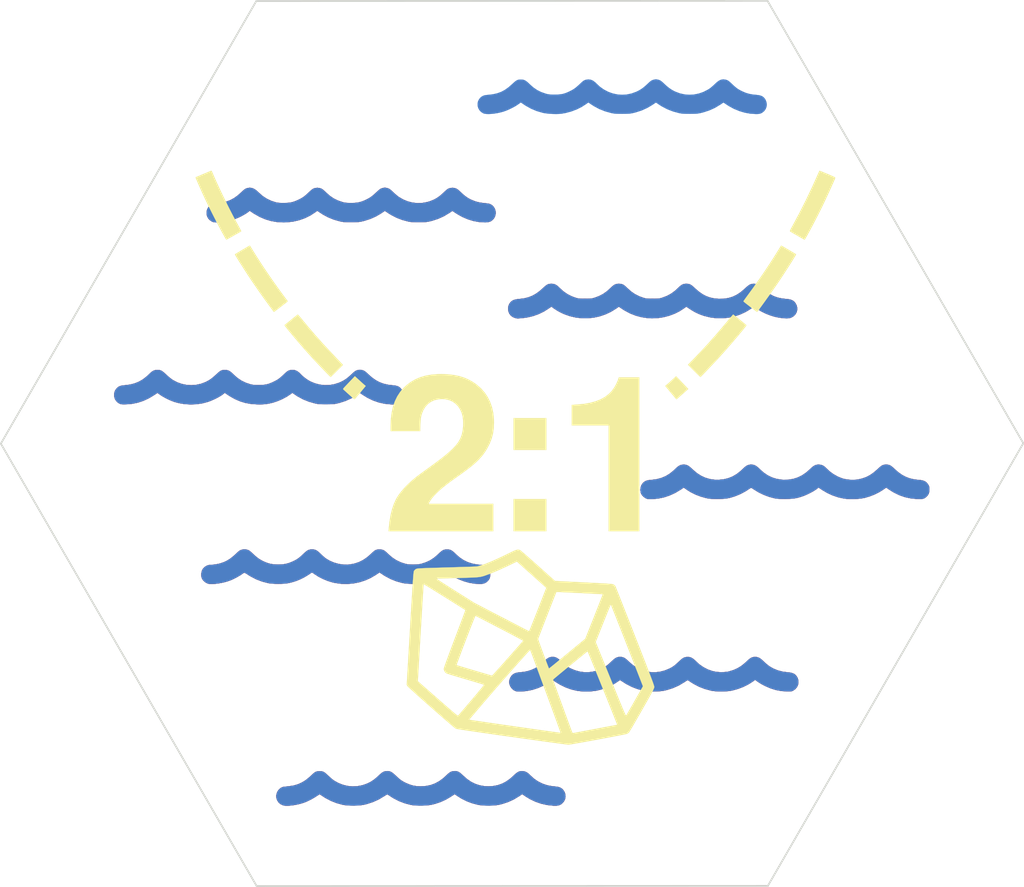
<source format=kicad_pcb>
(kicad_pcb (version 20171130) (host pcbnew 5.1.5+dfsg1-2build2)

  (general
    (thickness 1.6)
    (drawings 7)
    (tracks 0)
    (zones 0)
    (modules 4)
    (nets 1)
  )

  (page A4)
  (layers
    (0 F.Cu signal)
    (31 B.Cu signal)
    (32 B.Adhes user)
    (33 F.Adhes user)
    (34 B.Paste user)
    (35 F.Paste user)
    (36 B.SilkS user)
    (37 F.SilkS user)
    (38 B.Mask user)
    (39 F.Mask user)
    (40 Dwgs.User user)
    (41 Cmts.User user)
    (42 Eco1.User user)
    (43 Eco2.User user)
    (44 Edge.Cuts user)
    (45 Margin user)
    (46 B.CrtYd user)
    (47 F.CrtYd user)
    (48 B.Fab user)
    (49 F.Fab user)
  )

  (setup
    (last_trace_width 0.25)
    (trace_clearance 0.2)
    (zone_clearance 0.508)
    (zone_45_only no)
    (trace_min 0.2)
    (via_size 0.6)
    (via_drill 0.4)
    (via_min_size 0.4)
    (via_min_drill 0.3)
    (uvia_size 0.3)
    (uvia_drill 0.1)
    (uvias_allowed no)
    (uvia_min_size 0.2)
    (uvia_min_drill 0.1)
    (edge_width 0.15)
    (segment_width 0.2)
    (pcb_text_width 0.3)
    (pcb_text_size 1.5 1.5)
    (mod_edge_width 0.15)
    (mod_text_size 1 1)
    (mod_text_width 0.15)
    (pad_size 1.524 1.524)
    (pad_drill 0.762)
    (pad_to_mask_clearance 0.2)
    (aux_axis_origin 0 0)
    (visible_elements FFFFFF7F)
    (pcbplotparams
      (layerselection 0x010f0_ffffffff)
      (usegerberextensions false)
      (usegerberattributes false)
      (usegerberadvancedattributes false)
      (creategerberjobfile false)
      (excludeedgelayer true)
      (linewidth 0.100000)
      (plotframeref false)
      (viasonmask false)
      (mode 1)
      (useauxorigin false)
      (hpglpennumber 1)
      (hpglpenspeed 20)
      (hpglpendiameter 15.000000)
      (psnegative false)
      (psa4output false)
      (plotreference true)
      (plotvalue true)
      (plotinvisibletext false)
      (padsonsilk false)
      (subtractmaskfromsilk false)
      (outputformat 1)
      (mirror false)
      (drillshape 0)
      (scaleselection 1)
      (outputdirectory "gerbers/"))
  )

  (net 0 "")

  (net_class Default "This is the default net class."
    (clearance 0.2)
    (trace_width 0.25)
    (via_dia 0.6)
    (via_drill 0.4)
    (uvia_dia 0.3)
    (uvia_drill 0.1)
  )

  (module LOGO (layer F.Cu) (tedit 0) (tstamp 0)
    (at 0 0)
    (fp_text reference G*** (at 0 0) (layer F.SilkS) hide
      (effects (font (size 1.524 1.524) (thickness 0.3)))
    )
    (fp_text value LOGO (at 0.75 0) (layer F.SilkS) hide
      (effects (font (size 1.524 1.524) (thickness 0.3)))
    )
    (fp_poly (pts (xy 0.63417 19.203728) (xy 0.75421 19.226183) (xy 0.862424 19.27366) (xy 0.968499 19.351473)
      (xy 1.05281 19.433284) (xy 1.275535 19.638507) (xy 1.519688 19.807504) (xy 1.783436 19.939421)
      (xy 2.064947 20.033402) (xy 2.362389 20.088592) (xy 2.480273 20.099286) (xy 2.63506 20.11521)
      (xy 2.756937 20.142473) (xy 2.854566 20.184416) (xy 2.936609 20.244386) (xy 2.985396 20.294291)
      (xy 3.070753 20.420613) (xy 3.118581 20.558315) (xy 3.129053 20.700571) (xy 3.102345 20.840553)
      (xy 3.038631 20.971435) (xy 2.965798 21.060385) (xy 2.884051 21.132067) (xy 2.799828 21.181795)
      (xy 2.704065 21.212189) (xy 2.5877 21.225865) (xy 2.441668 21.225441) (xy 2.400932 21.223518)
      (xy 2.04399 21.18385) (xy 1.693804 21.104427) (xy 1.355476 20.986966) (xy 1.034109 20.833184)
      (xy 0.784538 20.679622) (xy 0.594088 20.54918) (xy 0.398714 20.679864) (xy 0.088497 20.864501)
      (xy -0.236121 21.012091) (xy -0.580882 21.125046) (xy -0.769456 21.170774) (xy -0.927245 21.196329)
      (xy -1.113872 21.212885) (xy -1.316942 21.22044) (xy -1.524063 21.218988) (xy -1.722842 21.208528)
      (xy -1.900886 21.189054) (xy -2.001618 21.171133) (xy -2.340254 21.082071) (xy -2.652942 20.965508)
      (xy -2.948818 20.817632) (xy -3.15821 20.68854) (xy -3.3655 20.550542) (xy -3.57279 20.68854)
      (xy -3.870905 20.866342) (xy -4.178667 21.007781) (xy -4.504964 21.116579) (xy -4.720166 21.16921)
      (xy -4.86996 21.193589) (xy -5.048204 21.210289) (xy -5.242795 21.219197) (xy -5.441629 21.220197)
      (xy -5.632602 21.213176) (xy -5.803612 21.19802) (xy -5.915315 21.180485) (xy -6.278 21.086934)
      (xy -6.626238 20.954356) (xy -6.961695 20.782006) (xy -7.286039 20.569139) (xy -7.289939 20.566286)
      (xy -7.32063 20.56893) (xy -7.381044 20.598222) (xy -7.468955 20.653036) (xy -7.490655 20.667654)
      (xy -7.804746 20.856035) (xy -8.141342 21.009177) (xy -8.498021 21.126056) (xy -8.678333 21.169552)
      (xy -8.842471 21.196065) (xy -9.034683 21.213107) (xy -9.242493 21.220667) (xy -9.453422 21.218736)
      (xy -9.654993 21.207302) (xy -9.834728 21.186354) (xy -9.920571 21.170599) (xy -10.284237 21.071296)
      (xy -10.62832 20.934507) (xy -10.953236 20.760057) (xy -11.062274 20.690223) (xy -11.143156 20.636418)
      (xy -11.209958 20.592497) (xy -11.255575 20.563096) (xy -11.272847 20.552834) (xy -11.291362 20.563858)
      (xy -11.337767 20.593785) (xy -11.404822 20.637896) (xy -11.47626 20.685431) (xy -11.746032 20.848342)
      (xy -12.024154 20.983536) (xy -12.140932 21.030546) (xy -12.311605 21.087755) (xy -12.494177 21.136579)
      (xy -12.681286 21.17605) (xy -12.865569 21.205199) (xy -13.039663 21.223057) (xy -13.196205 21.228655)
      (xy -13.327833 21.221025) (xy -13.42596 21.199638) (xy -13.56865 21.12909) (xy -13.679543 21.030597)
      (xy -13.758621 20.904176) (xy -13.800295 20.777107) (xy -13.810655 20.644778) (xy -13.786797 20.513024)
      (xy -13.733527 20.38916) (xy -13.65565 20.280498) (xy -13.557972 20.194353) (xy -13.4453 20.138036)
      (xy -13.369293 20.121223) (xy -13.311323 20.114801) (xy -13.224658 20.10551) (xy -13.122718 20.094778)
      (xy -13.051977 20.087433) (xy -12.780015 20.043572) (xy -12.528694 19.968855) (xy -12.292526 19.860629)
      (xy -12.066023 19.716241) (xy -11.843699 19.533041) (xy -11.77925 19.472299) (xy -11.677562 19.375969)
      (xy -11.59649 19.306352) (xy -11.527798 19.259186) (xy -11.46325 19.230206) (xy -11.394608 19.21515)
      (xy -11.313637 19.209754) (xy -11.27125 19.209341) (xy -11.185802 19.211468) (xy -11.115556 19.220583)
      (xy -11.052702 19.240793) (xy -10.989431 19.276202) (xy -10.917932 19.330918) (xy -10.830395 19.409044)
      (xy -10.753876 19.481311) (xy -10.66586 19.562617) (xy -10.576266 19.640711) (xy -10.495649 19.706657)
      (xy -10.435166 19.751124) (xy -10.177215 19.897043) (xy -9.90752 20.004123) (xy -9.629698 20.071846)
      (xy -9.347366 20.099695) (xy -9.064141 20.087154) (xy -8.78364 20.033705) (xy -8.677914 20.002363)
      (xy -8.463175 19.921203) (xy -8.269511 19.822898) (xy -8.086301 19.70089) (xy -7.902925 19.548618)
      (xy -7.82484 19.475544) (xy -7.720812 19.378127) (xy -7.636927 19.307699) (xy -7.56525 19.259565)
      (xy -7.497848 19.229033) (xy -7.426787 19.211406) (xy -7.365497 19.203758) (xy -7.266105 19.200755)
      (xy -7.177637 19.213679) (xy -7.092428 19.246209) (xy -7.002815 19.302027) (xy -6.901134 19.384811)
      (xy -6.806989 19.471931) (xy -6.686347 19.58484) (xy -6.583901 19.673325) (xy -6.489627 19.744519)
      (xy -6.3935 19.805555) (xy -6.285495 19.863563) (xy -6.195022 19.90733) (xy -5.989949 19.993061)
      (xy -5.794608 20.050553) (xy -5.593495 20.08322) (xy -5.371107 20.094475) (xy -5.344583 20.094553)
      (xy -5.053429 20.07659) (xy -4.781079 20.022557) (xy -4.524544 19.931191) (xy -4.280836 19.801231)
      (xy -4.046965 19.631415) (xy -3.871939 19.472931) (xy -3.76565 19.372356) (xy -3.677529 19.300113)
      (xy -3.599348 19.251439) (xy -3.52288 19.221572) (xy -3.439895 19.205748) (xy -3.404626 19.202402)
      (xy -3.302211 19.201018) (xy -3.211967 19.21627) (xy -3.125693 19.252098) (xy -3.035188 19.312441)
      (xy -2.932249 19.401239) (xy -2.87366 19.457435) (xy -2.64287 19.661465) (xy -2.406553 19.824553)
      (xy -2.161625 19.948019) (xy -1.905002 20.033184) (xy -1.633601 20.081368) (xy -1.386416 20.094235)
      (xy -1.101902 20.077176) (xy -0.835419 20.025017) (xy -0.583544 19.936287) (xy -0.342851 19.809517)
      (xy -0.109917 19.643236) (xy 0.097532 19.456999) (xy 0.211101 19.351378) (xy 0.308742 19.276766)
      (xy 0.398572 19.22933) (xy 0.488711 19.205239) (xy 0.587278 19.200661) (xy 0.63417 19.203728)) (layer B.Cu) (width 0.01))
    (fp_poly (pts (xy 6.426558 12.515944) (xy 6.513638 12.538224) (xy 6.598467 12.580764) (xy 6.689438 12.64799)
      (xy 6.794945 12.744325) (xy 6.81885 12.767791) (xy 7.051009 12.97086) (xy 7.297928 13.136282)
      (xy 7.556814 13.263564) (xy 7.824873 13.352212) (xy 8.099311 13.401731) (xy 8.377334 13.411628)
      (xy 8.656151 13.381409) (xy 8.932966 13.310579) (xy 9.204988 13.198644) (xy 9.218084 13.192125)
      (xy 9.328741 13.133682) (xy 9.424645 13.075268) (xy 9.515849 13.009469) (xy 9.612404 12.928874)
      (xy 9.724363 12.826069) (xy 9.758337 12.793733) (xy 9.863439 12.695587) (xy 9.947841 12.624138)
      (xy 10.019438 12.574874) (xy 10.08613 12.54328) (xy 10.155814 12.524841) (xy 10.236387 12.515044)
      (xy 10.247348 12.514221) (xy 10.374126 12.517689) (xy 10.489304 12.549816) (xy 10.600676 12.614172)
      (xy 10.716038 12.714329) (xy 10.742084 12.740852) (xy 10.96727 12.946662) (xy 11.213204 13.117522)
      (xy 11.476542 13.251441) (xy 11.753944 13.346426) (xy 11.760797 13.348224) (xy 11.970398 13.3883)
      (xy 12.196648 13.406251) (xy 12.423963 13.401886) (xy 12.636757 13.375013) (xy 12.706498 13.359868)
      (xy 12.970516 13.279129) (xy 13.210875 13.170843) (xy 13.435351 13.030612) (xy 13.651721 12.85404)
      (xy 13.726584 12.783224) (xy 13.840296 12.677341) (xy 13.936804 12.601392) (xy 14.023937 12.551171)
      (xy 14.109524 12.522476) (xy 14.201394 12.5111) (xy 14.234584 12.51043) (xy 14.329331 12.516929)
      (xy 14.415507 12.539214) (xy 14.500941 12.581467) (xy 14.593461 12.64787) (xy 14.700897 12.742605)
      (xy 14.741286 12.781116) (xy 14.830146 12.863708) (xy 14.9238 12.94525) (xy 15.010126 13.015465)
      (xy 15.068087 13.05816) (xy 15.310677 13.197803) (xy 15.576213 13.304449) (xy 15.858903 13.376184)
      (xy 16.132773 13.409929) (xy 16.305396 13.430011) (xy 16.443454 13.467636) (xy 16.551664 13.524568)
      (xy 16.628793 13.595373) (xy 16.713827 13.725746) (xy 16.760704 13.865369) (xy 16.770634 14.007928)
      (xy 16.744828 14.14711) (xy 16.684496 14.276599) (xy 16.59085 14.390081) (xy 16.465101 14.481244)
      (xy 16.458203 14.48499) (xy 16.417953 14.504189) (xy 16.375978 14.517053) (xy 16.323034 14.524693)
      (xy 16.249877 14.528222) (xy 16.147262 14.528749) (xy 16.09725 14.528381) (xy 15.77166 14.506763)
      (xy 15.452252 14.447227) (xy 15.134604 14.348622) (xy 14.814291 14.209799) (xy 14.753167 14.178988)
      (xy 14.644603 14.120542) (xy 14.534822 14.057127) (xy 14.43746 13.996853) (xy 14.372654 13.952682)
      (xy 14.235557 13.851741) (xy 14.082655 13.961443) (xy 13.825654 14.123875) (xy 13.53871 14.265586)
      (xy 13.230679 14.382784) (xy 12.91042 14.471678) (xy 12.869334 14.480747) (xy 12.702898 14.507636)
      (xy 12.508925 14.524686) (xy 12.300138 14.531881) (xy 12.089258 14.529202) (xy 11.889009 14.516632)
      (xy 11.712112 14.494155) (xy 11.650882 14.482416) (xy 11.286653 14.384636) (xy 10.946943 14.253338)
      (xy 10.628974 14.087363) (xy 10.482183 13.994315) (xy 10.403572 13.941907) (xy 10.338825 13.899589)
      (xy 10.29538 13.872169) (xy 10.280775 13.864167) (xy 10.261158 13.875226) (xy 10.213662 13.905304)
      (xy 10.145508 13.94975) (xy 10.067441 14.001556) (xy 9.752673 14.186664) (xy 9.416999 14.335493)
      (xy 9.062986 14.446998) (xy 8.868834 14.490598) (xy 8.713879 14.512797) (xy 8.530685 14.526321)
      (xy 8.331869 14.531267) (xy 8.130048 14.527733) (xy 7.937838 14.515814) (xy 7.767856 14.495609)
      (xy 7.690956 14.481544) (xy 7.33055 14.385121) (xy 6.992071 14.253635) (xy 6.671297 14.085316)
      (xy 6.525517 13.993024) (xy 6.446643 13.940917) (xy 6.381214 13.898913) (xy 6.336867 13.871841)
      (xy 6.321556 13.864167) (xy 6.300532 13.87572) (xy 6.253484 13.906721) (xy 6.188597 13.951682)
      (xy 6.14944 13.979535) (xy 5.945374 14.109267) (xy 5.711551 14.229493) (xy 5.460321 14.33511)
      (xy 5.20403 14.421013) (xy 4.955028 14.482097) (xy 4.916145 14.489323) (xy 4.548963 14.533532)
      (xy 4.186337 14.535772) (xy 3.829075 14.496238) (xy 3.477986 14.415128) (xy 3.133877 14.292639)
      (xy 2.797556 14.128968) (xy 2.469833 13.924312) (xy 2.402967 13.876718) (xy 2.373293 13.877964)
      (xy 2.314819 13.905049) (xy 2.22616 13.958672) (xy 2.178952 13.989701) (xy 1.862159 14.177663)
      (xy 1.532472 14.327021) (xy 1.192774 14.436815) (xy 0.845947 14.506082) (xy 0.551437 14.532236)
      (xy 0.424035 14.535046) (xy 0.328298 14.531735) (xy 0.253904 14.521597) (xy 0.204048 14.508496)
      (xy 0.086684 14.449746) (xy -0.01572 14.358566) (xy -0.09678 14.243982) (xy -0.150112 14.11502)
      (xy -0.169333 13.980706) (xy -0.169333 13.980584) (xy -0.152095 13.85613) (xy -0.105276 13.729585)
      (xy -0.036215 13.619568) (xy -0.019264 13.599971) (xy 0.06186 13.526376) (xy 0.154329 13.473423)
      (xy 0.266947 13.437742) (xy 0.408517 13.415965) (xy 0.47625 13.410321) (xy 0.716205 13.383912)
      (xy 0.932579 13.337566) (xy 1.140715 13.267985) (xy 1.143 13.267085) (xy 1.320991 13.188065)
      (xy 1.483606 13.09571) (xy 1.640519 12.983369) (xy 1.801405 12.844389) (xy 1.908678 12.740641)
      (xy 2.018073 12.639843) (xy 2.115831 12.571174) (xy 2.211261 12.529977) (xy 2.313674 12.511593)
      (xy 2.370667 12.5095) (xy 2.465043 12.515446) (xy 2.550114 12.536059) (xy 2.633728 12.575502)
      (xy 2.723737 12.637937) (xy 2.827988 12.727527) (xy 2.887857 12.783756) (xy 3.006135 12.894568)
      (xy 3.105741 12.981078) (xy 3.196335 13.050438) (xy 3.287581 13.109801) (xy 3.38914 13.166317)
      (xy 3.439584 13.192125) (xy 3.687348 13.296202) (xy 3.947631 13.367941) (xy 4.211166 13.405614)
      (xy 4.468686 13.407494) (xy 4.553304 13.399663) (xy 4.726586 13.374394) (xy 4.875413 13.341079)
      (xy 5.017562 13.294584) (xy 5.17081 13.22978) (xy 5.217584 13.207914) (xy 5.341735 13.146314)
      (xy 5.446145 13.087178) (xy 5.540984 13.023213) (xy 5.636419 12.947127) (xy 5.742619 12.851627)
      (xy 5.827942 12.77016) (xy 5.940751 12.666604) (xy 6.037126 12.593093) (xy 6.125359 12.545313)
      (xy 6.213743 12.518949) (xy 6.310569 12.509685) (xy 6.328833 12.5095) (xy 6.426558 12.515944)) (layer B.Cu) (width 0.01))
    (fp_poly (pts (xy -15.533893 6.224295) (xy -15.497025 6.234646) (xy -15.444883 6.253724) (xy -15.393216 6.281995)
      (xy -15.334567 6.324894) (xy -15.261476 6.387854) (xy -15.170213 6.472771) (xy -15.031467 6.599782)
      (xy -14.90796 6.701214) (xy -14.788777 6.784773) (xy -14.663004 6.858169) (xy -14.532367 6.923212)
      (xy -14.342672 7.001669) (xy -14.156778 7.055152) (xy -13.961245 7.086479) (xy -13.742634 7.098466)
      (xy -13.694833 7.098791) (xy -13.474241 7.090756) (xy -13.279003 7.064599) (xy -13.094902 7.017237)
      (xy -12.907722 6.945588) (xy -12.835082 6.912421) (xy -12.716355 6.853851) (xy -12.616212 6.797886)
      (xy -12.525003 6.737648) (xy -12.433078 6.666254) (xy -12.330789 6.576826) (xy -12.221778 6.475127)
      (xy -12.127351 6.387228) (xy -12.054678 6.324645) (xy -11.996379 6.281986) (xy -11.945072 6.253857)
      (xy -11.893374 6.234864) (xy -11.892641 6.234646) (xy -11.780124 6.208466) (xy -11.681347 6.205093)
      (xy -11.574874 6.224545) (xy -11.537796 6.234961) (xy -11.485808 6.2538) (xy -11.435069 6.281245)
      (xy -11.378081 6.322788) (xy -11.307343 6.383921) (xy -11.215353 6.470138) (xy -11.211163 6.47415)
      (xy -11.123435 6.556214) (xy -11.036878 6.633716) (xy -10.960639 6.698681) (xy -10.903865 6.743138)
      (xy -10.897115 6.747872) (xy -10.66424 6.883779) (xy -10.411092 6.989304) (xy -10.145789 7.06245)
      (xy -9.87645 7.101223) (xy -9.611193 7.103625) (xy -9.495858 7.09238) (xy -9.219944 7.038653)
      (xy -8.963539 6.95231) (xy -8.721781 6.830915) (xy -8.489805 6.672029) (xy -8.265583 6.475966)
      (xy -8.163451 6.379335) (xy -8.081915 6.309558) (xy -8.012881 6.262358) (xy -7.948255 6.233459)
      (xy -7.879944 6.218585) (xy -7.799854 6.213461) (xy -7.768166 6.21318) (xy -7.672005 6.217084)
      (xy -7.591068 6.231874) (xy -7.516705 6.262009) (xy -7.44027 6.311951) (xy -7.353115 6.386159)
      (xy -7.260973 6.474791) (xy -7.02776 6.678996) (xy -6.778778 6.844238) (xy -6.512313 6.971487)
      (xy -6.226651 7.061712) (xy -6.220973 7.063087) (xy -6.088522 7.085591) (xy -5.929405 7.098042)
      (xy -5.757398 7.100601) (xy -5.586279 7.093427) (xy -5.429823 7.076679) (xy -5.30912 7.052534)
      (xy -5.043877 6.965599) (xy -4.80505 6.853184) (xy -4.583539 6.71007) (xy -4.370238 6.531033)
      (xy -4.325636 6.488382) (xy -4.219601 6.387767) (xy -4.133545 6.314727) (xy -4.059519 6.265022)
      (xy -3.989573 6.234413) (xy -3.915758 6.21866) (xy -3.830126 6.213524) (xy -3.81 6.213398)
      (xy -3.717435 6.217196) (xy -3.639027 6.231498) (xy -3.566483 6.260667) (xy -3.491513 6.309066)
      (xy -3.405824 6.381059) (xy -3.301126 6.481007) (xy -3.300773 6.481356) (xy -3.07963 6.676554)
      (xy -2.84921 6.833206) (xy -2.604657 6.953496) (xy -2.341116 7.039605) (xy -2.053728 7.093715)
      (xy -1.903443 7.109153) (xy -1.768761 7.122421) (xy -1.666381 7.14053) (xy -1.586293 7.166926)
      (xy -1.518488 7.205057) (xy -1.452956 7.258371) (xy -1.44277 7.267828) (xy -1.362516 7.357413)
      (xy -1.312138 7.452223) (xy -1.286802 7.564383) (xy -1.281316 7.672917) (xy -1.290207 7.806716)
      (xy -1.320194 7.913882) (xy -1.376249 8.006922) (xy -1.44277 8.079178) (xy -1.536517 8.153366)
      (xy -1.639786 8.201393) (xy -1.76298 8.226833) (xy -1.8917 8.233369) (xy -2.199501 8.214963)
      (xy -2.515407 8.159955) (xy -2.831419 8.070889) (xy -3.139537 7.950314) (xy -3.431762 7.800776)
      (xy -3.616964 7.684087) (xy -3.805797 7.554752) (xy -3.979263 7.672869) (xy -4.282653 7.855363)
      (xy -4.60939 8.007192) (xy -4.949836 8.124226) (xy -5.150095 8.174604) (xy -5.298575 8.198987)
      (xy -5.475973 8.215527) (xy -5.670849 8.224212) (xy -5.871763 8.225033) (xy -6.067273 8.217979)
      (xy -6.24594 8.203041) (xy -6.396323 8.180207) (xy -6.417368 8.175738) (xy -6.775972 8.076739)
      (xy -7.111254 7.944293) (xy -7.428479 7.776173) (xy -7.559359 7.693217) (xy -7.765131 7.556229)
      (xy -7.966503 7.692759) (xy -8.273516 7.875705) (xy -8.598553 8.021784) (xy -8.937662 8.130308)
      (xy -9.286889 8.200592) (xy -9.642283 8.23195) (xy -9.99989 8.223696) (xy -10.355759 8.175145)
      (xy -10.526137 8.136986) (xy -10.801064 8.052579) (xy -11.074139 7.941002) (xy -11.332817 7.808126)
      (xy -11.564548 7.659821) (xy -11.597287 7.635801) (xy -11.671735 7.585527) (xy -11.720242 7.565919)
      (xy -11.739019 7.569239) (xy -11.984481 7.731809) (xy -12.213285 7.865308) (xy -12.434876 7.973993)
      (xy -12.658699 8.062121) (xy -12.8942 8.133949) (xy -13.102166 8.183566) (xy -13.222783 8.202414)
      (xy -13.374389 8.215544) (xy -13.546029 8.222949) (xy -13.726745 8.224619) (xy -13.905582 8.220547)
      (xy -14.071582 8.210724) (xy -14.21379 8.195141) (xy -14.276149 8.184467) (xy -14.639989 8.0907)
      (xy -14.983037 7.960441) (xy -15.307331 7.792849) (xy -15.465393 7.693242) (xy -15.557813 7.633969)
      (xy -15.630986 7.592442) (xy -15.679596 7.571474) (xy -15.696647 7.570863) (xy -15.894755 7.708757)
      (xy -16.117994 7.840884) (xy -16.349333 7.957663) (xy -16.497574 8.021435) (xy -16.657681 8.077936)
      (xy -16.832557 8.127353) (xy -17.014979 8.16869) (xy -17.197723 8.200949) (xy -17.373569 8.223135)
      (xy -17.535293 8.234252) (xy -17.675672 8.233303) (xy -17.787484 8.219292) (xy -17.833907 8.205765)
      (xy -17.97461 8.131459) (xy -18.085122 8.02948) (xy -18.116837 7.986539) (xy -18.166077 7.899121)
      (xy -18.193593 7.811867) (xy -18.20243 7.710476) (xy -18.197806 7.605939) (xy -18.166637 7.463334)
      (xy -18.100469 7.339472) (xy -18.004046 7.238513) (xy -17.882111 7.164622) (xy -17.73941 7.12196)
      (xy -17.635888 7.112929) (xy -17.490079 7.103895) (xy -17.325165 7.080996) (xy -17.160829 7.047322)
      (xy -17.078067 7.025398) (xy -16.875633 6.955577) (xy -16.688909 6.866807) (xy -16.50928 6.753823)
      (xy -16.328133 6.611357) (xy -16.180646 6.476768) (xy -16.087493 6.388987) (xy -16.015987 6.326532)
      (xy -15.958709 6.283946) (xy -15.908243 6.255775) (xy -15.857172 6.236563) (xy -15.85187 6.234961)
      (xy -15.738823 6.208581) (xy -15.639977 6.205032) (xy -15.533893 6.224295)) (layer B.Cu) (width 0.01))
    (fp_poly (pts (xy 14.103368 1.247515) (xy 14.195863 1.272767) (xy 14.287151 1.320012) (xy 14.385148 1.39347)
      (xy 14.497771 1.497362) (xy 14.513379 1.512805) (xy 14.739702 1.713455) (xy 14.975828 1.873571)
      (xy 15.224431 1.994351) (xy 15.488184 2.076989) (xy 15.769761 2.122681) (xy 15.896167 2.131234)
      (xy 16.189295 2.124568) (xy 16.467168 2.079204) (xy 16.731269 1.994553) (xy 16.983081 1.87003)
      (xy 17.224085 1.705046) (xy 17.43075 1.52365) (xy 17.544251 1.417679) (xy 17.639224 1.340808)
      (xy 17.723314 1.288861) (xy 17.804164 1.257665) (xy 17.889419 1.243044) (xy 17.949334 1.240461)
      (xy 18.077773 1.251128) (xy 18.190628 1.288136) (xy 18.297491 1.356084) (xy 18.407957 1.459571)
      (xy 18.409242 1.460939) (xy 18.606386 1.644839) (xy 18.829632 1.807025) (xy 19.069334 1.941645)
      (xy 19.315844 2.042847) (xy 19.420417 2.074335) (xy 19.593766 2.109058) (xy 19.789325 2.129161)
      (xy 19.99026 2.133995) (xy 20.179737 2.12291) (xy 20.284576 2.107664) (xy 20.526693 2.049307)
      (xy 20.748123 1.967827) (xy 20.956784 1.859006) (xy 21.160598 1.718625) (xy 21.367485 1.542464)
      (xy 21.396394 1.515417) (xy 21.504888 1.415515) (xy 21.592447 1.342735) (xy 21.666712 1.292964)
      (xy 21.735325 1.262092) (xy 21.805929 1.246005) (xy 21.886165 1.240594) (xy 21.9075 1.240427)
      (xy 21.998512 1.244741) (xy 22.076723 1.260628) (xy 22.150693 1.292505) (xy 22.228981 1.344789)
      (xy 22.320147 1.421898) (xy 22.395332 1.49217) (xy 22.617387 1.687095) (xy 22.837849 1.843296)
      (xy 23.06296 1.963653) (xy 23.298961 2.051044) (xy 23.552096 2.108348) (xy 23.791334 2.135985)
      (xy 23.955443 2.153604) (xy 24.085262 2.182481) (xy 24.188149 2.226313) (xy 24.271466 2.288795)
      (xy 24.342573 2.373622) (xy 24.379124 2.431106) (xy 24.409501 2.488824) (xy 24.427041 2.543291)
      (xy 24.43507 2.60991) (xy 24.436917 2.69875) (xy 24.428746 2.83183) (xy 24.400843 2.938043)
      (xy 24.348127 3.030238) (xy 24.272442 3.114603) (xy 24.208318 3.17083) (xy 24.144067 3.21122)
      (xy 24.071537 3.237744) (xy 23.982578 3.252375) (xy 23.869039 3.257085) (xy 23.722769 3.253848)
      (xy 23.700819 3.252941) (xy 23.345062 3.217695) (xy 23.002846 3.14274) (xy 22.672692 3.027581)
      (xy 22.353121 2.871724) (xy 22.10858 2.720452) (xy 21.907542 2.584149) (xy 21.752639 2.695287)
      (xy 21.511913 2.847996) (xy 21.241814 2.983824) (xy 20.953601 3.097779) (xy 20.65853 3.184865)
      (xy 20.637798 3.189853) (xy 20.464194 3.221874) (xy 20.262377 3.244167) (xy 20.045432 3.256308)
      (xy 19.826446 3.257873) (xy 19.618502 3.24844) (xy 19.440894 3.228564) (xy 19.102568 3.155361)
      (xy 18.768184 3.042881) (xy 18.445107 2.894039) (xy 18.146891 2.715933) (xy 17.944396 2.579593)
      (xy 17.89924 2.621037) (xy 17.814974 2.687578) (xy 17.699797 2.763178) (xy 17.56277 2.842949)
      (xy 17.412951 2.922006) (xy 17.259402 2.995461) (xy 17.111182 3.058428) (xy 17.036637 3.086317)
      (xy 16.869739 3.141769) (xy 16.717736 3.18366) (xy 16.569836 3.213655) (xy 16.415244 3.233416)
      (xy 16.243167 3.244607) (xy 16.042813 3.248894) (xy 15.980834 3.249084) (xy 15.811722 3.248126)
      (xy 15.676825 3.244915) (xy 15.568059 3.238948) (xy 15.477342 3.229717) (xy 15.396589 3.216719)
      (xy 15.367 3.210722) (xy 15.053393 3.127031) (xy 14.743475 3.012131) (xy 14.448907 2.870989)
      (xy 14.181347 2.708568) (xy 14.171084 2.701499) (xy 14.092013 2.647769) (xy 14.039114 2.615676)
      (xy 14.004348 2.601917) (xy 13.979681 2.603188) (xy 13.959417 2.614492) (xy 13.672707 2.803147)
      (xy 13.391324 2.955127) (xy 13.108081 3.074198) (xy 13.031137 3.100933) (xy 12.879107 3.149518)
      (xy 12.746371 3.186423) (xy 12.622562 3.213173) (xy 12.497311 3.23129) (xy 12.360251 3.242298)
      (xy 12.201013 3.24772) (xy 12.022667 3.249084) (xy 11.866313 3.248502) (xy 11.743318 3.246306)
      (xy 11.644715 3.241823) (xy 11.56154 3.234376) (xy 11.484828 3.223292) (xy 11.405614 3.207895)
      (xy 11.36903 3.199888) (xy 11.047041 3.111092) (xy 10.738023 2.993001) (xy 10.450582 2.849355)
      (xy 10.21139 2.696982) (xy 10.054715 2.584573) (xy 9.854792 2.718239) (xy 9.547276 2.900914)
      (xy 9.226425 3.047704) (xy 8.896739 3.157178) (xy 8.562718 3.227909) (xy 8.228862 3.258469)
      (xy 8.149481 3.259667) (xy 8.044536 3.258729) (xy 7.970055 3.254549) (xy 7.914181 3.245074)
      (xy 7.865061 3.228251) (xy 7.810841 3.202029) (xy 7.808012 3.200554) (xy 7.700162 3.125966)
      (xy 7.610426 3.028732) (xy 7.549001 2.920756) (xy 7.536299 2.883424) (xy 7.513765 2.733164)
      (xy 7.527139 2.585167) (xy 7.574136 2.448025) (xy 7.652473 2.33033) (xy 7.694482 2.28849)
      (xy 7.762677 2.235054) (xy 7.832951 2.196316) (xy 7.915124 2.16911) (xy 8.019019 2.150271)
      (xy 8.154456 2.136636) (xy 8.169321 2.135496) (xy 8.464879 2.096796) (xy 8.735899 2.025725)
      (xy 8.987259 1.920053) (xy 9.223836 1.777551) (xy 9.450509 1.595991) (xy 9.544399 1.507089)
      (xy 9.655304 1.402863) (xy 9.749869 1.328598) (xy 9.836498 1.27991) (xy 9.923597 1.252411)
      (xy 10.019573 1.241718) (xy 10.054167 1.241129) (xy 10.142726 1.246364) (xy 10.222491 1.264659)
      (xy 10.300779 1.300049) (xy 10.384911 1.356572) (xy 10.482207 1.438268) (xy 10.583334 1.533034)
      (xy 10.817 1.733207) (xy 11.061548 1.892573) (xy 11.317757 2.011436) (xy 11.586407 2.0901)
      (xy 11.868278 2.128868) (xy 12.117917 2.130724) (xy 12.403469 2.100117) (xy 12.668071 2.035735)
      (xy 12.915742 1.935737) (xy 13.150502 1.798285) (xy 13.376368 1.62154) (xy 13.512749 1.492381)
      (xy 13.627348 1.385477) (xy 13.729793 1.311245) (xy 13.828484 1.26535) (xy 13.931822 1.243457)
      (xy 14.00175 1.240036) (xy 14.103368 1.247515)) (layer B.Cu) (width 0.01))
    (fp_poly (pts (xy -8.813906 -4.30365) (xy -8.742536 -4.284498) (xy -8.688643 -4.26498) (xy -8.63652 -4.236717)
      (xy -8.578248 -4.193985) (xy -8.50591 -4.131063) (xy -8.424811 -4.054909) (xy -8.202853 -3.860212)
      (xy -7.982038 -3.704176) (xy -7.755871 -3.583821) (xy -7.517853 -3.49617) (xy -7.261488 -3.438244)
      (xy -7.016974 -3.4096) (xy -6.864821 -3.393436) (xy -6.746053 -3.368355) (xy -6.652088 -3.331023)
      (xy -6.574347 -3.278109) (xy -6.509518 -3.212494) (xy -6.427969 -3.087012) (xy -6.383196 -2.949359)
      (xy -6.374749 -2.806936) (xy -6.40218 -2.667146) (xy -6.465042 -2.537392) (xy -6.556883 -2.430423)
      (xy -6.630585 -2.371035) (xy -6.704851 -2.329461) (xy -6.788729 -2.303416) (xy -6.89127 -2.290617)
      (xy -7.02152 -2.28878) (xy -7.107101 -2.291565) (xy -7.464208 -2.327861) (xy -7.812154 -2.405339)
      (xy -8.149761 -2.523609) (xy -8.475854 -2.682278) (xy -8.705096 -2.822818) (xy -8.911775 -2.961134)
      (xy -9.112529 -2.825022) (xy -9.418836 -2.642541) (xy -9.749663 -2.493955) (xy -10.105746 -2.378955)
      (xy -10.287507 -2.335239) (xy -10.367352 -2.320387) (xy -10.453875 -2.309635) (xy -10.555363 -2.302452)
      (xy -10.680103 -2.298306) (xy -10.836382 -2.296666) (xy -10.89025 -2.296583) (xy -11.045274 -2.297208)
      (xy -11.167192 -2.299551) (xy -11.265217 -2.304319) (xy -11.348564 -2.312216) (xy -11.426448 -2.323946)
      (xy -11.508082 -2.340216) (xy -11.533304 -2.345778) (xy -11.898702 -2.448327) (xy -12.244512 -2.587708)
      (xy -12.569075 -2.763171) (xy -12.7983 -2.918547) (xy -12.86485 -2.96798) (xy -12.980354 -2.882653)
      (xy -13.199467 -2.73828) (xy -13.446326 -2.605793) (xy -13.706675 -2.491817) (xy -13.966255 -2.402974)
      (xy -14.075833 -2.373726) (xy -14.251839 -2.335062) (xy -14.414029 -2.308825) (xy -14.576173 -2.293749)
      (xy -14.752042 -2.288569) (xy -14.955406 -2.292019) (xy -14.962352 -2.292251) (xy -15.303883 -2.319278)
      (xy -15.623752 -2.377785) (xy -15.928933 -2.470042) (xy -16.2264 -2.598322) (xy -16.523126 -2.764895)
      (xy -16.634161 -2.836713) (xy -16.830408 -2.967981) (xy -16.876579 -2.925583) (xy -16.968954 -2.852732)
      (xy -17.093186 -2.772263) (xy -17.240575 -2.688698) (xy -17.402422 -2.606556) (xy -17.570027 -2.530358)
      (xy -17.734692 -2.464625) (xy -17.822705 -2.433963) (xy -18.144989 -2.349502) (xy -18.482889 -2.300163)
      (xy -18.828382 -2.285945) (xy -19.173446 -2.30685) (xy -19.510057 -2.362881) (xy -19.769666 -2.43358)
      (xy -19.948416 -2.49929) (xy -20.137683 -2.582203) (xy -20.323672 -2.675499) (xy -20.492585 -2.772362)
      (xy -20.602098 -2.844921) (xy -20.76778 -2.963841) (xy -20.960933 -2.834644) (xy -21.275802 -2.645529)
      (xy -21.593915 -2.497841) (xy -21.917973 -2.390676) (xy -22.250676 -2.323131) (xy -22.57425 -2.294939)
      (xy -22.707637 -2.291666) (xy -22.806623 -2.292621) (xy -22.878969 -2.298229) (xy -22.932435 -2.308911)
      (xy -22.952551 -2.315541) (xy -23.080543 -2.384962) (xy -23.18432 -2.484511) (xy -23.258802 -2.606903)
      (xy -23.298913 -2.744853) (xy -23.3045 -2.820419) (xy -23.294583 -2.958504) (xy -23.261911 -3.071216)
      (xy -23.202104 -3.171321) (xy -23.171196 -3.208887) (xy -23.101711 -3.279724) (xy -23.030994 -3.33109)
      (xy -22.949518 -3.366806) (xy -22.847756 -3.390697) (xy -22.716181 -3.406585) (xy -22.669007 -3.410397)
      (xy -22.369252 -3.449) (xy -22.095186 -3.519337) (xy -21.842375 -3.623397) (xy -21.606386 -3.763171)
      (xy -21.382783 -3.940648) (xy -21.288504 -4.02988) (xy -21.178207 -4.134723) (xy -21.085653 -4.210182)
      (xy -21.002962 -4.26057) (xy -20.922252 -4.290203) (xy -20.835645 -4.303393) (xy -20.785666 -4.305186)
      (xy -20.694797 -4.302656) (xy -20.618315 -4.290927) (xy -20.54818 -4.265856) (xy -20.476349 -4.223298)
      (xy -20.394782 -4.159107) (xy -20.295436 -4.069141) (xy -20.256981 -4.032709) (xy -20.149701 -3.935164)
      (xy -20.037339 -3.841194) (xy -19.931726 -3.76034) (xy -19.854526 -3.708085) (xy -19.600946 -3.576253)
      (xy -19.334007 -3.482781) (xy -19.058258 -3.427668) (xy -18.778249 -3.410915) (xy -18.498527 -3.432521)
      (xy -18.223641 -3.492487) (xy -17.958141 -3.590812) (xy -17.737473 -3.708085) (xy -17.647358 -3.769762)
      (xy -17.5402 -3.852858) (xy -17.42783 -3.947831) (xy -17.335019 -4.032709) (xy -17.22796 -4.132188)
      (xy -17.14136 -4.20451) (xy -17.067177 -4.253818) (xy -16.99737 -4.284258) (xy -16.923897 -4.299973)
      (xy -16.838717 -4.305109) (xy -16.806333 -4.305186) (xy -16.708422 -4.297978) (xy -16.620808 -4.274866)
      (xy -16.535372 -4.231455) (xy -16.443994 -4.16335) (xy -16.338554 -4.066154) (xy -16.307336 -4.035074)
      (xy -16.087488 -3.839049) (xy -15.852871 -3.680667) (xy -15.597561 -3.55648) (xy -15.333312 -3.467813)
      (xy -15.256407 -3.448875) (xy -15.180766 -3.435803) (xy -15.095799 -3.427618) (xy -14.990916 -3.42334)
      (xy -14.855527 -3.421989) (xy -14.837833 -3.421977) (xy -14.652265 -3.425693) (xy -14.496132 -3.438625)
      (xy -14.357045 -3.463449) (xy -14.222616 -3.502841) (xy -14.080453 -3.559475) (xy -13.974779 -3.608366)
      (xy -13.856324 -3.667539) (xy -13.757043 -3.723332) (xy -13.66723 -3.782689) (xy -13.577178 -3.852555)
      (xy -13.477182 -3.939874) (xy -13.364423 -4.045043) (xy -13.272233 -4.131131) (xy -13.20185 -4.192367)
      (xy -13.145581 -4.234263) (xy -13.095738 -4.26233) (xy -13.04463 -4.282082) (xy -13.025652 -4.287867)
      (xy -12.873266 -4.3117) (xy -12.725993 -4.294062) (xy -12.586096 -4.235722) (xy -12.455836 -4.137446)
      (xy -12.395628 -4.074268) (xy -12.305131 -3.982205) (xy -12.188459 -3.882062) (xy -12.057987 -3.783254)
      (xy -11.926092 -3.695193) (xy -11.813429 -3.63141) (xy -11.54537 -3.519403) (xy -11.267675 -3.446685)
      (xy -10.984812 -3.413339) (xy -10.701248 -3.419451) (xy -10.42145 -3.465104) (xy -10.149886 -3.550382)
      (xy -10.039529 -3.597957) (xy -9.90133 -3.667089) (xy -9.77925 -3.739316) (xy -9.662589 -3.82222)
      (xy -9.540643 -3.923384) (xy -9.40789 -4.045459) (xy -9.31431 -4.132693) (xy -9.242366 -4.194702)
      (xy -9.184542 -4.236956) (xy -9.133323 -4.264925) (xy -9.081191 -4.28408) (xy -9.079187 -4.284679)
      (xy -8.980329 -4.309432) (xy -8.898762 -4.31576) (xy -8.813906 -4.30365)) (layer B.Cu) (width 0.01))
    (fp_poly (pts (xy 2.320206 -9.355202) (xy 2.42748 -9.345934) (xy 2.524037 -9.315925) (xy 2.618732 -9.260574)
      (xy 2.720421 -9.175278) (xy 2.780542 -9.115984) (xy 3.004554 -8.912059) (xy 3.242862 -8.746443)
      (xy 3.500219 -8.616205) (xy 3.719368 -8.536635) (xy 3.790739 -8.515577) (xy 3.85308 -8.500408)
      (xy 3.915676 -8.490172) (xy 3.987813 -8.483913) (xy 4.078779 -8.480677) (xy 4.197859 -8.479507)
      (xy 4.275667 -8.479398) (xy 4.413432 -8.479859) (xy 4.518156 -8.481878) (xy 4.599127 -8.486413)
      (xy 4.665632 -8.494418) (xy 4.726958 -8.506851) (xy 4.792395 -8.524666) (xy 4.832103 -8.536675)
      (xy 5.090967 -8.632634) (xy 5.326495 -8.755603) (xy 5.547155 -8.910723) (xy 5.755566 -9.097332)
      (xy 5.860292 -9.196728) (xy 5.947445 -9.267481) (xy 6.025772 -9.314099) (xy 6.104021 -9.341095)
      (xy 6.19094 -9.352979) (xy 6.25475 -9.354737) (xy 6.352626 -9.350035) (xy 6.436006 -9.332898)
      (xy 6.513713 -9.298774) (xy 6.594574 -9.243113) (xy 6.687415 -9.161365) (xy 6.752167 -9.098274)
      (xy 6.970814 -8.903079) (xy 7.199383 -8.745532) (xy 7.445491 -8.621008) (xy 7.677397 -8.536675)
      (xy 7.74881 -8.515604) (xy 7.811169 -8.500425) (xy 7.873761 -8.490181) (xy 7.945875 -8.483918)
      (xy 8.036798 -8.480679) (xy 8.155818 -8.479507) (xy 8.233834 -8.479398) (xy 8.371608 -8.479859)
      (xy 8.476339 -8.48188) (xy 8.557314 -8.486416) (xy 8.623818 -8.494422) (xy 8.685138 -8.506853)
      (xy 8.750559 -8.524666) (xy 8.790132 -8.536635) (xy 9.065833 -8.641082) (xy 9.318742 -8.778596)
      (xy 9.553613 -8.952112) (xy 9.728958 -9.115984) (xy 9.837994 -9.219124) (xy 9.935315 -9.289865)
      (xy 10.029778 -9.332811) (xy 10.130237 -9.352562) (xy 10.189294 -9.355202) (xy 10.27907 -9.352652)
      (xy 10.354405 -9.341529) (xy 10.42326 -9.317743) (xy 10.493599 -9.277199) (xy 10.573382 -9.215807)
      (xy 10.670572 -9.129474) (xy 10.722227 -9.081284) (xy 10.94033 -8.892636) (xy 11.154967 -8.742493)
      (xy 11.372284 -8.628134) (xy 11.59843 -8.546837) (xy 11.839553 -8.495879) (xy 12.09675 -8.472736)
      (xy 12.385511 -8.477241) (xy 12.653356 -8.51573) (xy 12.904541 -8.589845) (xy 13.14332 -8.701227)
      (xy 13.373948 -8.851518) (xy 13.600682 -9.042358) (xy 13.619466 -9.060079) (xy 13.734055 -9.165786)
      (xy 13.828205 -9.243528) (xy 13.909243 -9.297296) (xy 13.984496 -9.33108) (xy 14.061292 -9.34887)
      (xy 14.146957 -9.354657) (xy 14.1605 -9.354737) (xy 14.258677 -9.34882) (xy 14.345944 -9.328218)
      (xy 14.430454 -9.288656) (xy 14.520358 -9.225857) (xy 14.623808 -9.135546) (xy 14.679084 -9.082716)
      (xy 14.889621 -8.895162) (xy 15.099719 -8.745844) (xy 15.316776 -8.631393) (xy 15.548188 -8.548442)
      (xy 15.801353 -8.493625) (xy 16.031165 -8.467244) (xy 16.195533 -8.448895) (xy 16.325384 -8.420289)
      (xy 16.427909 -8.37843) (xy 16.510297 -8.320323) (xy 16.579738 -8.242975) (xy 16.584224 -8.236867)
      (xy 16.659339 -8.101224) (xy 16.695796 -7.960292) (xy 16.695621 -7.820033) (xy 16.660844 -7.686407)
      (xy 16.59349 -7.565375) (xy 16.495589 -7.462895) (xy 16.369166 -7.38493) (xy 16.283666 -7.353319)
      (xy 16.192255 -7.335431) (xy 16.078855 -7.329581) (xy 15.93865 -7.335951) (xy 15.766821 -7.354725)
      (xy 15.599834 -7.379361) (xy 15.351505 -7.433297) (xy 15.090592 -7.515318) (xy 14.830051 -7.620096)
      (xy 14.582836 -7.7423) (xy 14.361902 -7.876602) (xy 14.320102 -7.905812) (xy 14.165806 -8.016514)
      (xy 13.999111 -7.901138) (xy 13.68755 -7.710668) (xy 13.360281 -7.558496) (xy 13.020545 -7.445094)
      (xy 12.671581 -7.370934) (xy 12.316629 -7.336488) (xy 11.958928 -7.342229) (xy 11.601717 -7.388629)
      (xy 11.248237 -7.47616) (xy 11.196577 -7.492591) (xy 10.96043 -7.579199) (xy 10.742121 -7.680386)
      (xy 10.525149 -7.80426) (xy 10.40695 -7.880616) (xy 10.203014 -8.01697) (xy 10.091549 -7.933621)
      (xy 9.817659 -7.754092) (xy 9.518082 -7.603856) (xy 9.199314 -7.48471) (xy 8.867854 -7.398451)
      (xy 8.530202 -7.346875) (xy 8.192854 -7.331778) (xy 7.958667 -7.344039) (xy 7.589777 -7.398804)
      (xy 7.238935 -7.491651) (xy 6.904622 -7.623119) (xy 6.585323 -7.793748) (xy 6.449813 -7.880951)
      (xy 6.252708 -8.014588) (xy 6.105563 -7.910926) (xy 5.798775 -7.720143) (xy 5.475551 -7.567074)
      (xy 5.13936 -7.45207) (xy 4.793674 -7.375486) (xy 4.441962 -7.337674) (xy 4.087696 -7.338988)
      (xy 3.734346 -7.379779) (xy 3.385382 -7.460402) (xy 3.044276 -7.581209) (xy 3.009489 -7.596052)
      (xy 2.83691 -7.678233) (xy 2.661028 -7.774968) (xy 2.498062 -7.876912) (xy 2.397141 -7.948818)
      (xy 2.303184 -8.020559) (xy 2.19405 -7.94153) (xy 1.884256 -7.742131) (xy 1.559931 -7.582325)
      (xy 1.220077 -7.461738) (xy 0.863692 -7.379993) (xy 0.60325 -7.345627) (xy 0.47999 -7.334616)
      (xy 0.389621 -7.328448) (xy 0.322983 -7.327095) (xy 0.270915 -7.330527) (xy 0.224257 -7.338713)
      (xy 0.201084 -7.344325) (xy 0.051117 -7.402005) (xy -0.069505 -7.488829) (xy -0.158469 -7.601854)
      (xy -0.213459 -7.738138) (xy -0.232162 -7.894738) (xy -0.232162 -7.895166) (xy -0.216496 -8.041747)
      (xy -0.167275 -8.169072) (xy -0.087605 -8.280169) (xy -0.014775 -8.346623) (xy 0.075714 -8.396721)
      (xy 0.19051 -8.432815) (xy 0.336259 -8.457256) (xy 0.441401 -8.467311) (xy 0.707015 -8.500613)
      (xy 0.950185 -8.560109) (xy 1.177489 -8.64885) (xy 1.39551 -8.769886) (xy 1.610825 -8.926269)
      (xy 1.809735 -9.101652) (xy 1.913903 -9.197515) (xy 1.998652 -9.266136) (xy 2.07274 -9.311865)
      (xy 2.144925 -9.339053) (xy 2.223968 -9.35205) (xy 2.318626 -9.355207) (xy 2.320206 -9.355202)) (layer B.Cu) (width 0.01))
    (fp_poly (pts (xy -7.353406 -14.97165) (xy -7.282036 -14.952498) (xy -7.228143 -14.93298) (xy -7.17602 -14.904717)
      (xy -7.117748 -14.861985) (xy -7.04541 -14.799063) (xy -6.964311 -14.722909) (xy -6.874791 -14.640003)
      (xy -6.782646 -14.559338) (xy -6.698737 -14.490157) (xy -6.634075 -14.441808) (xy -6.377476 -14.292161)
      (xy -6.108425 -14.181672) (xy -5.830344 -14.110816) (xy -5.546656 -14.080072) (xy -5.260783 -14.089915)
      (xy -4.976148 -14.140822) (xy -4.815416 -14.188518) (xy -4.598426 -14.275177) (xy -4.400992 -14.382414)
      (xy -4.212993 -14.516669) (xy -4.024305 -14.684382) (xy -4.002777 -14.705441) (xy -3.924044 -14.780058)
      (xy -3.848023 -14.846758) (xy -3.783972 -14.89772) (xy -3.744788 -14.923373) (xy -3.610183 -14.969147)
      (xy -3.463807 -14.978221) (xy -3.336181 -14.955867) (xy -3.282534 -14.937534) (xy -3.232785 -14.912662)
      (xy -3.179159 -14.875692) (xy -3.11388 -14.821066) (xy -3.02917 -14.743227) (xy -2.999735 -14.715399)
      (xy -2.860575 -14.588023) (xy -2.73674 -14.486335) (xy -2.617436 -14.402706) (xy -2.491873 -14.329506)
      (xy -2.364137 -14.266023) (xy -2.127663 -14.173964) (xy -1.873115 -14.111622) (xy -1.602411 -14.077779)
      (xy -1.497967 -14.067601) (xy -1.401569 -14.054064) (xy -1.325662 -14.03914) (xy -1.289627 -14.028207)
      (xy -1.166872 -13.955478) (xy -1.071115 -13.855927) (xy -1.003917 -13.736567) (xy -0.96684 -13.604415)
      (xy -0.961444 -13.466485) (xy -0.98929 -13.329794) (xy -1.051939 -13.201356) (xy -1.093416 -13.146343)
      (xy -1.184827 -13.058719) (xy -1.28828 -12.999725) (xy -1.412225 -12.966029) (xy -1.565113 -12.954299)
      (xy -1.580677 -12.954207) (xy -1.922429 -12.974821) (xy -2.262628 -13.036701) (xy -2.598061 -13.138812)
      (xy -2.925514 -13.28012) (xy -3.241772 -13.459588) (xy -3.328681 -13.517083) (xy -3.492946 -13.629316)
      (xy -3.677931 -13.504832) (xy -3.992872 -13.316792) (xy -4.324181 -13.166197) (xy -4.675934 -13.051307)
      (xy -4.828529 -13.013778) (xy -4.912827 -12.9961) (xy -4.990683 -12.983162) (xy -5.071306 -12.974262)
      (xy -5.163904 -12.968697) (xy -5.277688 -12.965766) (xy -5.421865 -12.964765) (xy -5.471583 -12.964737)
      (xy -5.638098 -12.965772) (xy -5.770645 -12.969105) (xy -5.877552 -12.975276) (xy -5.967149 -12.984826)
      (xy -6.047765 -12.998295) (xy -6.074833 -13.003913) (xy -6.433916 -13.100001) (xy -6.767952 -13.227784)
      (xy -7.082299 -13.389502) (xy -7.251322 -13.495447) (xy -7.451275 -13.629134) (xy -7.652029 -13.493022)
      (xy -7.958336 -13.310541) (xy -8.289163 -13.161955) (xy -8.645246 -13.046955) (xy -8.827007 -13.003239)
      (xy -8.906852 -12.988387) (xy -8.993375 -12.977635) (xy -9.094863 -12.970452) (xy -9.219603 -12.966306)
      (xy -9.375882 -12.964666) (xy -9.42975 -12.964583) (xy -9.584774 -12.965208) (xy -9.706692 -12.967551)
      (xy -9.804717 -12.972319) (xy -9.888064 -12.980216) (xy -9.965948 -12.991946) (xy -10.047582 -13.008216)
      (xy -10.072804 -13.013778) (xy -10.435852 -13.115478) (xy -10.777471 -13.253411) (xy -11.099155 -13.42822)
      (xy -11.222469 -13.508537) (xy -11.406521 -13.634376) (xy -11.518802 -13.551492) (xy -11.814401 -13.359375)
      (xy -12.130728 -13.203417) (xy -12.465193 -13.084444) (xy -12.815204 -13.003282) (xy -13.178171 -12.960758)
      (xy -13.391105 -12.954125) (xy -13.755423 -12.974076) (xy -14.108218 -13.034455) (xy -14.450433 -13.135554)
      (xy -14.783009 -13.277663) (xy -15.106888 -13.461073) (xy -15.173661 -13.504713) (xy -15.369908 -13.635981)
      (xy -15.416079 -13.593583) (xy -15.480133 -13.542938) (xy -15.572694 -13.480407) (xy -15.683893 -13.41197)
      (xy -15.803858 -13.343608) (xy -15.922719 -13.281302) (xy -15.96716 -13.259691) (xy -16.260225 -13.138685)
      (xy -16.565162 -13.046091) (xy -16.871832 -12.98431) (xy -17.170095 -12.955739) (xy -17.259364 -12.954)
      (xy -17.363654 -12.955288) (xy -17.438271 -12.960563) (xy -17.495833 -12.971941) (xy -17.548959 -12.991536)
      (xy -17.584847 -13.008562) (xy -17.707851 -13.090915) (xy -17.799815 -13.195654) (xy -17.860751 -13.316393)
      (xy -17.890675 -13.446751) (xy -17.889602 -13.580342) (xy -17.857544 -13.710783) (xy -17.794517 -13.831689)
      (xy -17.700535 -13.936677) (xy -17.58259 -14.015858) (xy -17.519867 -14.040244) (xy -17.435567 -14.058613)
      (xy -17.321232 -14.072579) (xy -17.257985 -14.077839) (xy -16.984989 -14.110222) (xy -16.739171 -14.166486)
      (xy -16.512997 -14.250028) (xy -16.298936 -14.36425) (xy -16.089456 -14.51255) (xy -15.877025 -14.698328)
      (xy -15.871456 -14.703631) (xy -15.778026 -14.791431) (xy -15.706783 -14.854294) (xy -15.650342 -14.897572)
      (xy -15.601317 -14.92662) (xy -15.552322 -14.946792) (xy -15.523637 -14.955775) (xy -15.388642 -14.980514)
      (xy -15.260424 -14.972222) (xy -15.13435 -14.929167) (xy -15.005785 -14.849618) (xy -14.870095 -14.731844)
      (xy -14.837833 -14.699618) (xy -14.615447 -14.502526) (xy -14.368283 -14.339189) (xy -14.098991 -14.211117)
      (xy -13.826856 -14.123931) (xy -13.741046 -14.10699) (xy -13.638127 -14.09601) (xy -13.509429 -14.090336)
      (xy -13.36675 -14.089218) (xy -13.179253 -14.094003) (xy -13.020603 -14.108787) (xy -12.877922 -14.136395)
      (xy -12.738336 -14.179654) (xy -12.588968 -14.241392) (xy -12.514279 -14.276366) (xy -12.395824 -14.335539)
      (xy -12.296543 -14.391332) (xy -12.20673 -14.450689) (xy -12.116678 -14.520555) (xy -12.016682 -14.607874)
      (xy -11.903923 -14.713043) (xy -11.811733 -14.799131) (xy -11.74135 -14.860367) (xy -11.685081 -14.902263)
      (xy -11.635238 -14.93033) (xy -11.58413 -14.950082) (xy -11.565152 -14.955867) (xy -11.413763 -14.979347)
      (xy -11.265053 -14.963038) (xy -11.150676 -14.920379) (xy -11.102115 -14.888215) (xy -11.034109 -14.833497)
      (xy -10.956348 -14.764385) (xy -10.891246 -14.701847) (xy -10.673706 -14.50885) (xy -10.443152 -14.352948)
      (xy -10.192524 -14.230064) (xy -9.914759 -14.136117) (xy -9.909713 -14.134733) (xy -9.83009 -14.115591)
      (xy -9.748695 -14.102483) (xy -9.654678 -14.094379) (xy -9.537194 -14.090249) (xy -9.42975 -14.089149)
      (xy -9.233617 -14.093372) (xy -9.065702 -14.109467) (xy -8.912888 -14.140161) (xy -8.762058 -14.188181)
      (xy -8.600097 -14.256255) (xy -8.579029 -14.266023) (xy -8.440903 -14.335072) (xy -8.318863 -14.407247)
      (xy -8.202219 -14.490119) (xy -8.08028 -14.591263) (xy -7.94739 -14.713459) (xy -7.85381 -14.800693)
      (xy -7.781866 -14.862702) (xy -7.724042 -14.904956) (xy -7.672823 -14.932925) (xy -7.620691 -14.95208)
      (xy -7.618687 -14.952679) (xy -7.519829 -14.977432) (xy -7.438262 -14.98376) (xy -7.353406 -14.97165)) (layer B.Cu) (width 0.01))
    (fp_poly (pts (xy 8.521594 -21.32165) (xy 8.592964 -21.302498) (xy 8.646857 -21.28298) (xy 8.69898 -21.254717)
      (xy 8.757252 -21.211985) (xy 8.82959 -21.149063) (xy 8.910689 -21.072909) (xy 9.066356 -20.930977)
      (xy 9.209745 -20.81665) (xy 9.351806 -20.722143) (xy 9.503488 -20.639671) (xy 9.554235 -20.615302)
      (xy 9.821266 -20.513245) (xy 10.097081 -20.45118) (xy 10.377641 -20.428752) (xy 10.658909 -20.445606)
      (xy 10.936849 -20.50139) (xy 11.207423 -20.595749) (xy 11.466594 -20.728328) (xy 11.565816 -20.791745)
      (xy 11.633261 -20.842509) (xy 11.717912 -20.91349) (xy 11.807729 -20.994297) (xy 11.872732 -21.056578)
      (xy 12.005779 -21.177455) (xy 12.126675 -21.262206) (xy 12.241267 -21.313019) (xy 12.355401 -21.332085)
      (xy 12.474926 -21.321594) (xy 12.538497 -21.305961) (xy 12.59186 -21.287775) (xy 12.641255 -21.26321)
      (xy 12.694383 -21.226752) (xy 12.758943 -21.172884) (xy 12.842635 -21.09609) (xy 12.87759 -21.063043)
      (xy 12.995972 -20.952772) (xy 13.095209 -20.866536) (xy 13.185008 -20.79739) (xy 13.275075 -20.738391)
      (xy 13.375117 -20.682593) (xy 13.487946 -20.626366) (xy 13.682109 -20.544016) (xy 13.877786 -20.48524)
      (xy 14.088981 -20.446473) (xy 14.266168 -20.428373) (xy 14.431577 -20.409626) (xy 14.562478 -20.37866)
      (xy 14.665775 -20.332041) (xy 14.748371 -20.266338) (xy 14.81717 -20.178121) (xy 14.837525 -20.144356)
      (xy 14.895002 -20.00495) (xy 14.914357 -19.86166) (xy 14.897652 -19.721224) (xy 14.846952 -19.590379)
      (xy 14.764318 -19.475863) (xy 14.651815 -19.384413) (xy 14.595594 -19.354243) (xy 14.536946 -19.330155)
      (xy 14.478262 -19.315138) (xy 14.40674 -19.307205) (xy 14.30958 -19.304363) (xy 14.273729 -19.304207)
      (xy 13.953601 -19.324034) (xy 13.628925 -19.382799) (xy 13.305975 -19.47851) (xy 12.991025 -19.609178)
      (xy 12.690347 -19.772813) (xy 12.587008 -19.839272) (xy 12.378765 -19.979088) (xy 12.195424 -19.854792)
      (xy 11.883145 -19.66745) (xy 11.552371 -19.516811) (xy 11.200099 -19.401591) (xy 11.046471 -19.363778)
      (xy 10.962082 -19.346087) (xy 10.884069 -19.333136) (xy 10.803217 -19.324219) (xy 10.710311 -19.318632)
      (xy 10.596137 -19.315669) (xy 10.451481 -19.314627) (xy 10.403417 -19.314583) (xy 10.236142 -19.31558)
      (xy 10.102875 -19.318924) (xy 9.995328 -19.325147) (xy 9.905215 -19.33478) (xy 9.824247 -19.348355)
      (xy 9.800674 -19.353239) (xy 9.432284 -19.452015) (xy 9.089507 -19.584193) (xy 8.771503 -19.750122)
      (xy 8.625392 -19.843228) (xy 8.424334 -19.979546) (xy 8.223275 -19.843228) (xy 7.917028 -19.66074)
      (xy 7.586417 -19.512174) (xy 7.230602 -19.397179) (xy 7.047993 -19.353239) (xy 6.968148 -19.338387)
      (xy 6.881625 -19.327635) (xy 6.780137 -19.320452) (xy 6.655397 -19.316306) (xy 6.499118 -19.314666)
      (xy 6.44525 -19.314583) (xy 6.290226 -19.315208) (xy 6.168308 -19.317551) (xy 6.070283 -19.322319)
      (xy 5.986936 -19.330216) (xy 5.909052 -19.341946) (xy 5.827418 -19.358216) (xy 5.802196 -19.363778)
      (xy 5.441414 -19.464162) (xy 5.103385 -19.599169) (xy 4.784381 -19.770393) (xy 4.651009 -19.856311)
      (xy 4.465435 -19.982128) (xy 4.352539 -19.898726) (xy 4.081311 -19.722653) (xy 3.782041 -19.572788)
      (xy 3.462021 -19.452027) (xy 3.128543 -19.363261) (xy 2.902315 -19.323284) (xy 2.751832 -19.309473)
      (xy 2.573295 -19.304816) (xy 2.379843 -19.308699) (xy 2.184614 -19.32051) (xy 2.000746 -19.339638)
      (xy 1.841377 -19.365469) (xy 1.799167 -19.374703) (xy 1.447596 -19.476807) (xy 1.119447 -19.61221)
      (xy 0.80917 -19.783338) (xy 0.695516 -19.857748) (xy 0.512615 -19.982799) (xy 0.346266 -19.8634)
      (xy 0.19909 -19.767933) (xy 0.024265 -19.670898) (xy -0.164369 -19.579138) (xy -0.35297 -19.499493)
      (xy -0.486833 -19.45158) (xy -0.657756 -19.402623) (xy -0.837501 -19.362751) (xy -1.018852 -19.332618)
      (xy -1.194593 -19.312874) (xy -1.357507 -19.304173) (xy -1.500378 -19.307165) (xy -1.61599 -19.322503)
      (xy -1.68275 -19.343525) (xy -1.810006 -19.422246) (xy -1.908728 -19.525361) (xy -1.977596 -19.646241)
      (xy -2.015291 -19.778256) (xy -2.020492 -19.914775) (xy -1.99188 -20.04917) (xy -1.928135 -20.174811)
      (xy -1.863647 -20.252263) (xy -1.790518 -20.31647) (xy -1.713345 -20.362693) (xy -1.622242 -20.394544)
      (xy -1.507324 -20.415635) (xy -1.382985 -20.427839) (xy -1.108977 -20.460418) (xy -0.862229 -20.517108)
      (xy -0.635214 -20.601299) (xy -0.420411 -20.716382) (xy -0.210293 -20.865748) (xy 0.001812 -21.051978)
      (xy 0.108692 -21.151251) (xy 0.195189 -21.223349) (xy 0.269387 -21.272429) (xy 0.33937 -21.302648)
      (xy 0.413222 -21.318165) (xy 0.499027 -21.323136) (xy 0.529167 -21.323186) (xy 0.621954 -21.31684)
      (xy 0.704747 -21.296296) (xy 0.785424 -21.257238) (xy 0.871867 -21.195353) (xy 0.971955 -21.106327)
      (xy 1.032004 -21.04788) (xy 1.244153 -20.859208) (xy 1.46608 -20.707308) (xy 1.706388 -20.587209)
      (xy 1.973682 -20.493942) (xy 2.00712 -20.484552) (xy 2.082941 -20.466022) (xy 2.159005 -20.453248)
      (xy 2.24575 -20.445281) (xy 2.353608 -20.441174) (xy 2.493017 -20.439978) (xy 2.497667 -20.439977)
      (xy 2.682911 -20.443668) (xy 2.838759 -20.456541) (xy 2.977652 -20.481294) (xy 3.112027 -20.520625)
      (xy 3.254323 -20.577231) (xy 3.363763 -20.627836) (xy 3.484727 -20.688997) (xy 3.589456 -20.749768)
      (xy 3.687546 -20.81708) (xy 3.788595 -20.897864) (xy 3.902199 -20.999051) (xy 3.983413 -21.075325)
      (xy 4.072924 -21.158857) (xy 4.141363 -21.217647) (xy 4.196955 -21.257509) (xy 4.247927 -21.284255)
      (xy 4.302504 -21.303701) (xy 4.309419 -21.305743) (xy 4.459047 -21.330281) (xy 4.601409 -21.314187)
      (xy 4.737956 -21.256983) (xy 4.870142 -21.158191) (xy 4.926075 -21.102727) (xy 5.142492 -20.900878)
      (xy 5.37842 -20.733777) (xy 5.63014 -20.602187) (xy 5.89393 -20.506874) (xy 6.166068 -20.448601)
      (xy 6.442835 -20.428132) (xy 6.720509 -20.446232) (xy 6.995368 -20.503666) (xy 7.263692 -20.601197)
      (xy 7.295971 -20.615957) (xy 7.43417 -20.685089) (xy 7.55625 -20.757316) (xy 7.672911 -20.84022)
      (xy 7.794857 -20.941384) (xy 7.92761 -21.063459) (xy 8.02119 -21.150693) (xy 8.093134 -21.212702)
      (xy 8.150958 -21.254956) (xy 8.202177 -21.282925) (xy 8.254309 -21.30208) (xy 8.256313 -21.302679)
      (xy 8.355171 -21.327432) (xy 8.436738 -21.33376) (xy 8.521594 -21.32165)) (layer B.Cu) (width 0.01))
  )

  (module LOGO (layer F.Cu) (tedit 0) (tstamp 0)
    (at 0 0)
    (fp_text reference G*** (at 0 0) (layer F.SilkS) hide
      (effects (font (size 1.524 1.524) (thickness 0.3)))
    )
    (fp_text value LOGO (at 0.75 0) (layer F.SilkS) hide
      (effects (font (size 1.524 1.524) (thickness 0.3)))
    )
    (fp_poly (pts (xy 0.63417 19.203728) (xy 0.75421 19.226183) (xy 0.862424 19.27366) (xy 0.968499 19.351473)
      (xy 1.05281 19.433284) (xy 1.275535 19.638507) (xy 1.519688 19.807504) (xy 1.783436 19.939421)
      (xy 2.064947 20.033402) (xy 2.362389 20.088592) (xy 2.480273 20.099286) (xy 2.63506 20.11521)
      (xy 2.756937 20.142473) (xy 2.854566 20.184416) (xy 2.936609 20.244386) (xy 2.985396 20.294291)
      (xy 3.070753 20.420613) (xy 3.118581 20.558315) (xy 3.129053 20.700571) (xy 3.102345 20.840553)
      (xy 3.038631 20.971435) (xy 2.965798 21.060385) (xy 2.884051 21.132067) (xy 2.799828 21.181795)
      (xy 2.704065 21.212189) (xy 2.5877 21.225865) (xy 2.441668 21.225441) (xy 2.400932 21.223518)
      (xy 2.04399 21.18385) (xy 1.693804 21.104427) (xy 1.355476 20.986966) (xy 1.034109 20.833184)
      (xy 0.784538 20.679622) (xy 0.594088 20.54918) (xy 0.398714 20.679864) (xy 0.088497 20.864501)
      (xy -0.236121 21.012091) (xy -0.580882 21.125046) (xy -0.769456 21.170774) (xy -0.927245 21.196329)
      (xy -1.113872 21.212885) (xy -1.316942 21.22044) (xy -1.524063 21.218988) (xy -1.722842 21.208528)
      (xy -1.900886 21.189054) (xy -2.001618 21.171133) (xy -2.340254 21.082071) (xy -2.652942 20.965508)
      (xy -2.948818 20.817632) (xy -3.15821 20.68854) (xy -3.3655 20.550542) (xy -3.57279 20.68854)
      (xy -3.870905 20.866342) (xy -4.178667 21.007781) (xy -4.504964 21.116579) (xy -4.720166 21.16921)
      (xy -4.86996 21.193589) (xy -5.048204 21.210289) (xy -5.242795 21.219197) (xy -5.441629 21.220197)
      (xy -5.632602 21.213176) (xy -5.803612 21.19802) (xy -5.915315 21.180485) (xy -6.278 21.086934)
      (xy -6.626238 20.954356) (xy -6.961695 20.782006) (xy -7.286039 20.569139) (xy -7.289939 20.566286)
      (xy -7.32063 20.56893) (xy -7.381044 20.598222) (xy -7.468955 20.653036) (xy -7.490655 20.667654)
      (xy -7.804746 20.856035) (xy -8.141342 21.009177) (xy -8.498021 21.126056) (xy -8.678333 21.169552)
      (xy -8.842471 21.196065) (xy -9.034683 21.213107) (xy -9.242493 21.220667) (xy -9.453422 21.218736)
      (xy -9.654993 21.207302) (xy -9.834728 21.186354) (xy -9.920571 21.170599) (xy -10.284237 21.071296)
      (xy -10.62832 20.934507) (xy -10.953236 20.760057) (xy -11.062274 20.690223) (xy -11.143156 20.636418)
      (xy -11.209958 20.592497) (xy -11.255575 20.563096) (xy -11.272847 20.552834) (xy -11.291362 20.563858)
      (xy -11.337767 20.593785) (xy -11.404822 20.637896) (xy -11.47626 20.685431) (xy -11.746032 20.848342)
      (xy -12.024154 20.983536) (xy -12.140932 21.030546) (xy -12.311605 21.087755) (xy -12.494177 21.136579)
      (xy -12.681286 21.17605) (xy -12.865569 21.205199) (xy -13.039663 21.223057) (xy -13.196205 21.228655)
      (xy -13.327833 21.221025) (xy -13.42596 21.199638) (xy -13.56865 21.12909) (xy -13.679543 21.030597)
      (xy -13.758621 20.904176) (xy -13.800295 20.777107) (xy -13.810655 20.644778) (xy -13.786797 20.513024)
      (xy -13.733527 20.38916) (xy -13.65565 20.280498) (xy -13.557972 20.194353) (xy -13.4453 20.138036)
      (xy -13.369293 20.121223) (xy -13.311323 20.114801) (xy -13.224658 20.10551) (xy -13.122718 20.094778)
      (xy -13.051977 20.087433) (xy -12.780015 20.043572) (xy -12.528694 19.968855) (xy -12.292526 19.860629)
      (xy -12.066023 19.716241) (xy -11.843699 19.533041) (xy -11.77925 19.472299) (xy -11.677562 19.375969)
      (xy -11.59649 19.306352) (xy -11.527798 19.259186) (xy -11.46325 19.230206) (xy -11.394608 19.21515)
      (xy -11.313637 19.209754) (xy -11.27125 19.209341) (xy -11.185802 19.211468) (xy -11.115556 19.220583)
      (xy -11.052702 19.240793) (xy -10.989431 19.276202) (xy -10.917932 19.330918) (xy -10.830395 19.409044)
      (xy -10.753876 19.481311) (xy -10.66586 19.562617) (xy -10.576266 19.640711) (xy -10.495649 19.706657)
      (xy -10.435166 19.751124) (xy -10.177215 19.897043) (xy -9.90752 20.004123) (xy -9.629698 20.071846)
      (xy -9.347366 20.099695) (xy -9.064141 20.087154) (xy -8.78364 20.033705) (xy -8.677914 20.002363)
      (xy -8.463175 19.921203) (xy -8.269511 19.822898) (xy -8.086301 19.70089) (xy -7.902925 19.548618)
      (xy -7.82484 19.475544) (xy -7.720812 19.378127) (xy -7.636927 19.307699) (xy -7.56525 19.259565)
      (xy -7.497848 19.229033) (xy -7.426787 19.211406) (xy -7.365497 19.203758) (xy -7.266105 19.200755)
      (xy -7.177637 19.213679) (xy -7.092428 19.246209) (xy -7.002815 19.302027) (xy -6.901134 19.384811)
      (xy -6.806989 19.471931) (xy -6.686347 19.58484) (xy -6.583901 19.673325) (xy -6.489627 19.744519)
      (xy -6.3935 19.805555) (xy -6.285495 19.863563) (xy -6.195022 19.90733) (xy -5.989949 19.993061)
      (xy -5.794608 20.050553) (xy -5.593495 20.08322) (xy -5.371107 20.094475) (xy -5.344583 20.094553)
      (xy -5.053429 20.07659) (xy -4.781079 20.022557) (xy -4.524544 19.931191) (xy -4.280836 19.801231)
      (xy -4.046965 19.631415) (xy -3.871939 19.472931) (xy -3.76565 19.372356) (xy -3.677529 19.300113)
      (xy -3.599348 19.251439) (xy -3.52288 19.221572) (xy -3.439895 19.205748) (xy -3.404626 19.202402)
      (xy -3.302211 19.201018) (xy -3.211967 19.21627) (xy -3.125693 19.252098) (xy -3.035188 19.312441)
      (xy -2.932249 19.401239) (xy -2.87366 19.457435) (xy -2.64287 19.661465) (xy -2.406553 19.824553)
      (xy -2.161625 19.948019) (xy -1.905002 20.033184) (xy -1.633601 20.081368) (xy -1.386416 20.094235)
      (xy -1.101902 20.077176) (xy -0.835419 20.025017) (xy -0.583544 19.936287) (xy -0.342851 19.809517)
      (xy -0.109917 19.643236) (xy 0.097532 19.456999) (xy 0.211101 19.351378) (xy 0.308742 19.276766)
      (xy 0.398572 19.22933) (xy 0.488711 19.205239) (xy 0.587278 19.200661) (xy 0.63417 19.203728)) (layer F.Cu) (width 0.01))
    (fp_poly (pts (xy 6.426558 12.515944) (xy 6.513638 12.538224) (xy 6.598467 12.580764) (xy 6.689438 12.64799)
      (xy 6.794945 12.744325) (xy 6.81885 12.767791) (xy 7.051009 12.97086) (xy 7.297928 13.136282)
      (xy 7.556814 13.263564) (xy 7.824873 13.352212) (xy 8.099311 13.401731) (xy 8.377334 13.411628)
      (xy 8.656151 13.381409) (xy 8.932966 13.310579) (xy 9.204988 13.198644) (xy 9.218084 13.192125)
      (xy 9.328741 13.133682) (xy 9.424645 13.075268) (xy 9.515849 13.009469) (xy 9.612404 12.928874)
      (xy 9.724363 12.826069) (xy 9.758337 12.793733) (xy 9.863439 12.695587) (xy 9.947841 12.624138)
      (xy 10.019438 12.574874) (xy 10.08613 12.54328) (xy 10.155814 12.524841) (xy 10.236387 12.515044)
      (xy 10.247348 12.514221) (xy 10.374126 12.517689) (xy 10.489304 12.549816) (xy 10.600676 12.614172)
      (xy 10.716038 12.714329) (xy 10.742084 12.740852) (xy 10.96727 12.946662) (xy 11.213204 13.117522)
      (xy 11.476542 13.251441) (xy 11.753944 13.346426) (xy 11.760797 13.348224) (xy 11.970398 13.3883)
      (xy 12.196648 13.406251) (xy 12.423963 13.401886) (xy 12.636757 13.375013) (xy 12.706498 13.359868)
      (xy 12.970516 13.279129) (xy 13.210875 13.170843) (xy 13.435351 13.030612) (xy 13.651721 12.85404)
      (xy 13.726584 12.783224) (xy 13.840296 12.677341) (xy 13.936804 12.601392) (xy 14.023937 12.551171)
      (xy 14.109524 12.522476) (xy 14.201394 12.5111) (xy 14.234584 12.51043) (xy 14.329331 12.516929)
      (xy 14.415507 12.539214) (xy 14.500941 12.581467) (xy 14.593461 12.64787) (xy 14.700897 12.742605)
      (xy 14.741286 12.781116) (xy 14.830146 12.863708) (xy 14.9238 12.94525) (xy 15.010126 13.015465)
      (xy 15.068087 13.05816) (xy 15.310677 13.197803) (xy 15.576213 13.304449) (xy 15.858903 13.376184)
      (xy 16.132773 13.409929) (xy 16.305396 13.430011) (xy 16.443454 13.467636) (xy 16.551664 13.524568)
      (xy 16.628793 13.595373) (xy 16.713827 13.725746) (xy 16.760704 13.865369) (xy 16.770634 14.007928)
      (xy 16.744828 14.14711) (xy 16.684496 14.276599) (xy 16.59085 14.390081) (xy 16.465101 14.481244)
      (xy 16.458203 14.48499) (xy 16.417953 14.504189) (xy 16.375978 14.517053) (xy 16.323034 14.524693)
      (xy 16.249877 14.528222) (xy 16.147262 14.528749) (xy 16.09725 14.528381) (xy 15.77166 14.506763)
      (xy 15.452252 14.447227) (xy 15.134604 14.348622) (xy 14.814291 14.209799) (xy 14.753167 14.178988)
      (xy 14.644603 14.120542) (xy 14.534822 14.057127) (xy 14.43746 13.996853) (xy 14.372654 13.952682)
      (xy 14.235557 13.851741) (xy 14.082655 13.961443) (xy 13.825654 14.123875) (xy 13.53871 14.265586)
      (xy 13.230679 14.382784) (xy 12.91042 14.471678) (xy 12.869334 14.480747) (xy 12.702898 14.507636)
      (xy 12.508925 14.524686) (xy 12.300138 14.531881) (xy 12.089258 14.529202) (xy 11.889009 14.516632)
      (xy 11.712112 14.494155) (xy 11.650882 14.482416) (xy 11.286653 14.384636) (xy 10.946943 14.253338)
      (xy 10.628974 14.087363) (xy 10.482183 13.994315) (xy 10.403572 13.941907) (xy 10.338825 13.899589)
      (xy 10.29538 13.872169) (xy 10.280775 13.864167) (xy 10.261158 13.875226) (xy 10.213662 13.905304)
      (xy 10.145508 13.94975) (xy 10.067441 14.001556) (xy 9.752673 14.186664) (xy 9.416999 14.335493)
      (xy 9.062986 14.446998) (xy 8.868834 14.490598) (xy 8.713879 14.512797) (xy 8.530685 14.526321)
      (xy 8.331869 14.531267) (xy 8.130048 14.527733) (xy 7.937838 14.515814) (xy 7.767856 14.495609)
      (xy 7.690956 14.481544) (xy 7.33055 14.385121) (xy 6.992071 14.253635) (xy 6.671297 14.085316)
      (xy 6.525517 13.993024) (xy 6.446643 13.940917) (xy 6.381214 13.898913) (xy 6.336867 13.871841)
      (xy 6.321556 13.864167) (xy 6.300532 13.87572) (xy 6.253484 13.906721) (xy 6.188597 13.951682)
      (xy 6.14944 13.979535) (xy 5.945374 14.109267) (xy 5.711551 14.229493) (xy 5.460321 14.33511)
      (xy 5.20403 14.421013) (xy 4.955028 14.482097) (xy 4.916145 14.489323) (xy 4.548963 14.533532)
      (xy 4.186337 14.535772) (xy 3.829075 14.496238) (xy 3.477986 14.415128) (xy 3.133877 14.292639)
      (xy 2.797556 14.128968) (xy 2.469833 13.924312) (xy 2.402967 13.876718) (xy 2.373293 13.877964)
      (xy 2.314819 13.905049) (xy 2.22616 13.958672) (xy 2.178952 13.989701) (xy 1.862159 14.177663)
      (xy 1.532472 14.327021) (xy 1.192774 14.436815) (xy 0.845947 14.506082) (xy 0.551437 14.532236)
      (xy 0.424035 14.535046) (xy 0.328298 14.531735) (xy 0.253904 14.521597) (xy 0.204048 14.508496)
      (xy 0.086684 14.449746) (xy -0.01572 14.358566) (xy -0.09678 14.243982) (xy -0.150112 14.11502)
      (xy -0.169333 13.980706) (xy -0.169333 13.980584) (xy -0.152095 13.85613) (xy -0.105276 13.729585)
      (xy -0.036215 13.619568) (xy -0.019264 13.599971) (xy 0.06186 13.526376) (xy 0.154329 13.473423)
      (xy 0.266947 13.437742) (xy 0.408517 13.415965) (xy 0.47625 13.410321) (xy 0.716205 13.383912)
      (xy 0.932579 13.337566) (xy 1.140715 13.267985) (xy 1.143 13.267085) (xy 1.320991 13.188065)
      (xy 1.483606 13.09571) (xy 1.640519 12.983369) (xy 1.801405 12.844389) (xy 1.908678 12.740641)
      (xy 2.018073 12.639843) (xy 2.115831 12.571174) (xy 2.211261 12.529977) (xy 2.313674 12.511593)
      (xy 2.370667 12.5095) (xy 2.465043 12.515446) (xy 2.550114 12.536059) (xy 2.633728 12.575502)
      (xy 2.723737 12.637937) (xy 2.827988 12.727527) (xy 2.887857 12.783756) (xy 3.006135 12.894568)
      (xy 3.105741 12.981078) (xy 3.196335 13.050438) (xy 3.287581 13.109801) (xy 3.38914 13.166317)
      (xy 3.439584 13.192125) (xy 3.687348 13.296202) (xy 3.947631 13.367941) (xy 4.211166 13.405614)
      (xy 4.468686 13.407494) (xy 4.553304 13.399663) (xy 4.726586 13.374394) (xy 4.875413 13.341079)
      (xy 5.017562 13.294584) (xy 5.17081 13.22978) (xy 5.217584 13.207914) (xy 5.341735 13.146314)
      (xy 5.446145 13.087178) (xy 5.540984 13.023213) (xy 5.636419 12.947127) (xy 5.742619 12.851627)
      (xy 5.827942 12.77016) (xy 5.940751 12.666604) (xy 6.037126 12.593093) (xy 6.125359 12.545313)
      (xy 6.213743 12.518949) (xy 6.310569 12.509685) (xy 6.328833 12.5095) (xy 6.426558 12.515944)) (layer F.Cu) (width 0.01))
    (fp_poly (pts (xy -15.533893 6.224295) (xy -15.497025 6.234646) (xy -15.444883 6.253724) (xy -15.393216 6.281995)
      (xy -15.334567 6.324894) (xy -15.261476 6.387854) (xy -15.170213 6.472771) (xy -15.031467 6.599782)
      (xy -14.90796 6.701214) (xy -14.788777 6.784773) (xy -14.663004 6.858169) (xy -14.532367 6.923212)
      (xy -14.342672 7.001669) (xy -14.156778 7.055152) (xy -13.961245 7.086479) (xy -13.742634 7.098466)
      (xy -13.694833 7.098791) (xy -13.474241 7.090756) (xy -13.279003 7.064599) (xy -13.094902 7.017237)
      (xy -12.907722 6.945588) (xy -12.835082 6.912421) (xy -12.716355 6.853851) (xy -12.616212 6.797886)
      (xy -12.525003 6.737648) (xy -12.433078 6.666254) (xy -12.330789 6.576826) (xy -12.221778 6.475127)
      (xy -12.127351 6.387228) (xy -12.054678 6.324645) (xy -11.996379 6.281986) (xy -11.945072 6.253857)
      (xy -11.893374 6.234864) (xy -11.892641 6.234646) (xy -11.780124 6.208466) (xy -11.681347 6.205093)
      (xy -11.574874 6.224545) (xy -11.537796 6.234961) (xy -11.485808 6.2538) (xy -11.435069 6.281245)
      (xy -11.378081 6.322788) (xy -11.307343 6.383921) (xy -11.215353 6.470138) (xy -11.211163 6.47415)
      (xy -11.123435 6.556214) (xy -11.036878 6.633716) (xy -10.960639 6.698681) (xy -10.903865 6.743138)
      (xy -10.897115 6.747872) (xy -10.66424 6.883779) (xy -10.411092 6.989304) (xy -10.145789 7.06245)
      (xy -9.87645 7.101223) (xy -9.611193 7.103625) (xy -9.495858 7.09238) (xy -9.219944 7.038653)
      (xy -8.963539 6.95231) (xy -8.721781 6.830915) (xy -8.489805 6.672029) (xy -8.265583 6.475966)
      (xy -8.163451 6.379335) (xy -8.081915 6.309558) (xy -8.012881 6.262358) (xy -7.948255 6.233459)
      (xy -7.879944 6.218585) (xy -7.799854 6.213461) (xy -7.768166 6.21318) (xy -7.672005 6.217084)
      (xy -7.591068 6.231874) (xy -7.516705 6.262009) (xy -7.44027 6.311951) (xy -7.353115 6.386159)
      (xy -7.260973 6.474791) (xy -7.02776 6.678996) (xy -6.778778 6.844238) (xy -6.512313 6.971487)
      (xy -6.226651 7.061712) (xy -6.220973 7.063087) (xy -6.088522 7.085591) (xy -5.929405 7.098042)
      (xy -5.757398 7.100601) (xy -5.586279 7.093427) (xy -5.429823 7.076679) (xy -5.30912 7.052534)
      (xy -5.043877 6.965599) (xy -4.80505 6.853184) (xy -4.583539 6.71007) (xy -4.370238 6.531033)
      (xy -4.325636 6.488382) (xy -4.219601 6.387767) (xy -4.133545 6.314727) (xy -4.059519 6.265022)
      (xy -3.989573 6.234413) (xy -3.915758 6.21866) (xy -3.830126 6.213524) (xy -3.81 6.213398)
      (xy -3.717435 6.217196) (xy -3.639027 6.231498) (xy -3.566483 6.260667) (xy -3.491513 6.309066)
      (xy -3.405824 6.381059) (xy -3.301126 6.481007) (xy -3.300773 6.481356) (xy -3.07963 6.676554)
      (xy -2.84921 6.833206) (xy -2.604657 6.953496) (xy -2.341116 7.039605) (xy -2.053728 7.093715)
      (xy -1.903443 7.109153) (xy -1.768761 7.122421) (xy -1.666381 7.14053) (xy -1.586293 7.166926)
      (xy -1.518488 7.205057) (xy -1.452956 7.258371) (xy -1.44277 7.267828) (xy -1.362516 7.357413)
      (xy -1.312138 7.452223) (xy -1.286802 7.564383) (xy -1.281316 7.672917) (xy -1.290207 7.806716)
      (xy -1.320194 7.913882) (xy -1.376249 8.006922) (xy -1.44277 8.079178) (xy -1.536517 8.153366)
      (xy -1.639786 8.201393) (xy -1.76298 8.226833) (xy -1.8917 8.233369) (xy -2.199501 8.214963)
      (xy -2.515407 8.159955) (xy -2.831419 8.070889) (xy -3.139537 7.950314) (xy -3.431762 7.800776)
      (xy -3.616964 7.684087) (xy -3.805797 7.554752) (xy -3.979263 7.672869) (xy -4.282653 7.855363)
      (xy -4.60939 8.007192) (xy -4.949836 8.124226) (xy -5.150095 8.174604) (xy -5.298575 8.198987)
      (xy -5.475973 8.215527) (xy -5.670849 8.224212) (xy -5.871763 8.225033) (xy -6.067273 8.217979)
      (xy -6.24594 8.203041) (xy -6.396323 8.180207) (xy -6.417368 8.175738) (xy -6.775972 8.076739)
      (xy -7.111254 7.944293) (xy -7.428479 7.776173) (xy -7.559359 7.693217) (xy -7.765131 7.556229)
      (xy -7.966503 7.692759) (xy -8.273516 7.875705) (xy -8.598553 8.021784) (xy -8.937662 8.130308)
      (xy -9.286889 8.200592) (xy -9.642283 8.23195) (xy -9.99989 8.223696) (xy -10.355759 8.175145)
      (xy -10.526137 8.136986) (xy -10.801064 8.052579) (xy -11.074139 7.941002) (xy -11.332817 7.808126)
      (xy -11.564548 7.659821) (xy -11.597287 7.635801) (xy -11.671735 7.585527) (xy -11.720242 7.565919)
      (xy -11.739019 7.569239) (xy -11.984481 7.731809) (xy -12.213285 7.865308) (xy -12.434876 7.973993)
      (xy -12.658699 8.062121) (xy -12.8942 8.133949) (xy -13.102166 8.183566) (xy -13.222783 8.202414)
      (xy -13.374389 8.215544) (xy -13.546029 8.222949) (xy -13.726745 8.224619) (xy -13.905582 8.220547)
      (xy -14.071582 8.210724) (xy -14.21379 8.195141) (xy -14.276149 8.184467) (xy -14.639989 8.0907)
      (xy -14.983037 7.960441) (xy -15.307331 7.792849) (xy -15.465393 7.693242) (xy -15.557813 7.633969)
      (xy -15.630986 7.592442) (xy -15.679596 7.571474) (xy -15.696647 7.570863) (xy -15.894755 7.708757)
      (xy -16.117994 7.840884) (xy -16.349333 7.957663) (xy -16.497574 8.021435) (xy -16.657681 8.077936)
      (xy -16.832557 8.127353) (xy -17.014979 8.16869) (xy -17.197723 8.200949) (xy -17.373569 8.223135)
      (xy -17.535293 8.234252) (xy -17.675672 8.233303) (xy -17.787484 8.219292) (xy -17.833907 8.205765)
      (xy -17.97461 8.131459) (xy -18.085122 8.02948) (xy -18.116837 7.986539) (xy -18.166077 7.899121)
      (xy -18.193593 7.811867) (xy -18.20243 7.710476) (xy -18.197806 7.605939) (xy -18.166637 7.463334)
      (xy -18.100469 7.339472) (xy -18.004046 7.238513) (xy -17.882111 7.164622) (xy -17.73941 7.12196)
      (xy -17.635888 7.112929) (xy -17.490079 7.103895) (xy -17.325165 7.080996) (xy -17.160829 7.047322)
      (xy -17.078067 7.025398) (xy -16.875633 6.955577) (xy -16.688909 6.866807) (xy -16.50928 6.753823)
      (xy -16.328133 6.611357) (xy -16.180646 6.476768) (xy -16.087493 6.388987) (xy -16.015987 6.326532)
      (xy -15.958709 6.283946) (xy -15.908243 6.255775) (xy -15.857172 6.236563) (xy -15.85187 6.234961)
      (xy -15.738823 6.208581) (xy -15.639977 6.205032) (xy -15.533893 6.224295)) (layer F.Cu) (width 0.01))
    (fp_poly (pts (xy 14.103368 1.247515) (xy 14.195863 1.272767) (xy 14.287151 1.320012) (xy 14.385148 1.39347)
      (xy 14.497771 1.497362) (xy 14.513379 1.512805) (xy 14.739702 1.713455) (xy 14.975828 1.873571)
      (xy 15.224431 1.994351) (xy 15.488184 2.076989) (xy 15.769761 2.122681) (xy 15.896167 2.131234)
      (xy 16.189295 2.124568) (xy 16.467168 2.079204) (xy 16.731269 1.994553) (xy 16.983081 1.87003)
      (xy 17.224085 1.705046) (xy 17.43075 1.52365) (xy 17.544251 1.417679) (xy 17.639224 1.340808)
      (xy 17.723314 1.288861) (xy 17.804164 1.257665) (xy 17.889419 1.243044) (xy 17.949334 1.240461)
      (xy 18.077773 1.251128) (xy 18.190628 1.288136) (xy 18.297491 1.356084) (xy 18.407957 1.459571)
      (xy 18.409242 1.460939) (xy 18.606386 1.644839) (xy 18.829632 1.807025) (xy 19.069334 1.941645)
      (xy 19.315844 2.042847) (xy 19.420417 2.074335) (xy 19.593766 2.109058) (xy 19.789325 2.129161)
      (xy 19.99026 2.133995) (xy 20.179737 2.12291) (xy 20.284576 2.107664) (xy 20.526693 2.049307)
      (xy 20.748123 1.967827) (xy 20.956784 1.859006) (xy 21.160598 1.718625) (xy 21.367485 1.542464)
      (xy 21.396394 1.515417) (xy 21.504888 1.415515) (xy 21.592447 1.342735) (xy 21.666712 1.292964)
      (xy 21.735325 1.262092) (xy 21.805929 1.246005) (xy 21.886165 1.240594) (xy 21.9075 1.240427)
      (xy 21.998512 1.244741) (xy 22.076723 1.260628) (xy 22.150693 1.292505) (xy 22.228981 1.344789)
      (xy 22.320147 1.421898) (xy 22.395332 1.49217) (xy 22.617387 1.687095) (xy 22.837849 1.843296)
      (xy 23.06296 1.963653) (xy 23.298961 2.051044) (xy 23.552096 2.108348) (xy 23.791334 2.135985)
      (xy 23.955443 2.153604) (xy 24.085262 2.182481) (xy 24.188149 2.226313) (xy 24.271466 2.288795)
      (xy 24.342573 2.373622) (xy 24.379124 2.431106) (xy 24.409501 2.488824) (xy 24.427041 2.543291)
      (xy 24.43507 2.60991) (xy 24.436917 2.69875) (xy 24.428746 2.83183) (xy 24.400843 2.938043)
      (xy 24.348127 3.030238) (xy 24.272442 3.114603) (xy 24.208318 3.17083) (xy 24.144067 3.21122)
      (xy 24.071537 3.237744) (xy 23.982578 3.252375) (xy 23.869039 3.257085) (xy 23.722769 3.253848)
      (xy 23.700819 3.252941) (xy 23.345062 3.217695) (xy 23.002846 3.14274) (xy 22.672692 3.027581)
      (xy 22.353121 2.871724) (xy 22.10858 2.720452) (xy 21.907542 2.584149) (xy 21.752639 2.695287)
      (xy 21.511913 2.847996) (xy 21.241814 2.983824) (xy 20.953601 3.097779) (xy 20.65853 3.184865)
      (xy 20.637798 3.189853) (xy 20.464194 3.221874) (xy 20.262377 3.244167) (xy 20.045432 3.256308)
      (xy 19.826446 3.257873) (xy 19.618502 3.24844) (xy 19.440894 3.228564) (xy 19.102568 3.155361)
      (xy 18.768184 3.042881) (xy 18.445107 2.894039) (xy 18.146891 2.715933) (xy 17.944396 2.579593)
      (xy 17.89924 2.621037) (xy 17.814974 2.687578) (xy 17.699797 2.763178) (xy 17.56277 2.842949)
      (xy 17.412951 2.922006) (xy 17.259402 2.995461) (xy 17.111182 3.058428) (xy 17.036637 3.086317)
      (xy 16.869739 3.141769) (xy 16.717736 3.18366) (xy 16.569836 3.213655) (xy 16.415244 3.233416)
      (xy 16.243167 3.244607) (xy 16.042813 3.248894) (xy 15.980834 3.249084) (xy 15.811722 3.248126)
      (xy 15.676825 3.244915) (xy 15.568059 3.238948) (xy 15.477342 3.229717) (xy 15.396589 3.216719)
      (xy 15.367 3.210722) (xy 15.053393 3.127031) (xy 14.743475 3.012131) (xy 14.448907 2.870989)
      (xy 14.181347 2.708568) (xy 14.171084 2.701499) (xy 14.092013 2.647769) (xy 14.039114 2.615676)
      (xy 14.004348 2.601917) (xy 13.979681 2.603188) (xy 13.959417 2.614492) (xy 13.672707 2.803147)
      (xy 13.391324 2.955127) (xy 13.108081 3.074198) (xy 13.031137 3.100933) (xy 12.879107 3.149518)
      (xy 12.746371 3.186423) (xy 12.622562 3.213173) (xy 12.497311 3.23129) (xy 12.360251 3.242298)
      (xy 12.201013 3.24772) (xy 12.022667 3.249084) (xy 11.866313 3.248502) (xy 11.743318 3.246306)
      (xy 11.644715 3.241823) (xy 11.56154 3.234376) (xy 11.484828 3.223292) (xy 11.405614 3.207895)
      (xy 11.36903 3.199888) (xy 11.047041 3.111092) (xy 10.738023 2.993001) (xy 10.450582 2.849355)
      (xy 10.21139 2.696982) (xy 10.054715 2.584573) (xy 9.854792 2.718239) (xy 9.547276 2.900914)
      (xy 9.226425 3.047704) (xy 8.896739 3.157178) (xy 8.562718 3.227909) (xy 8.228862 3.258469)
      (xy 8.149481 3.259667) (xy 8.044536 3.258729) (xy 7.970055 3.254549) (xy 7.914181 3.245074)
      (xy 7.865061 3.228251) (xy 7.810841 3.202029) (xy 7.808012 3.200554) (xy 7.700162 3.125966)
      (xy 7.610426 3.028732) (xy 7.549001 2.920756) (xy 7.536299 2.883424) (xy 7.513765 2.733164)
      (xy 7.527139 2.585167) (xy 7.574136 2.448025) (xy 7.652473 2.33033) (xy 7.694482 2.28849)
      (xy 7.762677 2.235054) (xy 7.832951 2.196316) (xy 7.915124 2.16911) (xy 8.019019 2.150271)
      (xy 8.154456 2.136636) (xy 8.169321 2.135496) (xy 8.464879 2.096796) (xy 8.735899 2.025725)
      (xy 8.987259 1.920053) (xy 9.223836 1.777551) (xy 9.450509 1.595991) (xy 9.544399 1.507089)
      (xy 9.655304 1.402863) (xy 9.749869 1.328598) (xy 9.836498 1.27991) (xy 9.923597 1.252411)
      (xy 10.019573 1.241718) (xy 10.054167 1.241129) (xy 10.142726 1.246364) (xy 10.222491 1.264659)
      (xy 10.300779 1.300049) (xy 10.384911 1.356572) (xy 10.482207 1.438268) (xy 10.583334 1.533034)
      (xy 10.817 1.733207) (xy 11.061548 1.892573) (xy 11.317757 2.011436) (xy 11.586407 2.0901)
      (xy 11.868278 2.128868) (xy 12.117917 2.130724) (xy 12.403469 2.100117) (xy 12.668071 2.035735)
      (xy 12.915742 1.935737) (xy 13.150502 1.798285) (xy 13.376368 1.62154) (xy 13.512749 1.492381)
      (xy 13.627348 1.385477) (xy 13.729793 1.311245) (xy 13.828484 1.26535) (xy 13.931822 1.243457)
      (xy 14.00175 1.240036) (xy 14.103368 1.247515)) (layer F.Cu) (width 0.01))
    (fp_poly (pts (xy -8.813906 -4.30365) (xy -8.742536 -4.284498) (xy -8.688643 -4.26498) (xy -8.63652 -4.236717)
      (xy -8.578248 -4.193985) (xy -8.50591 -4.131063) (xy -8.424811 -4.054909) (xy -8.202853 -3.860212)
      (xy -7.982038 -3.704176) (xy -7.755871 -3.583821) (xy -7.517853 -3.49617) (xy -7.261488 -3.438244)
      (xy -7.016974 -3.4096) (xy -6.864821 -3.393436) (xy -6.746053 -3.368355) (xy -6.652088 -3.331023)
      (xy -6.574347 -3.278109) (xy -6.509518 -3.212494) (xy -6.427969 -3.087012) (xy -6.383196 -2.949359)
      (xy -6.374749 -2.806936) (xy -6.40218 -2.667146) (xy -6.465042 -2.537392) (xy -6.556883 -2.430423)
      (xy -6.630585 -2.371035) (xy -6.704851 -2.329461) (xy -6.788729 -2.303416) (xy -6.89127 -2.290617)
      (xy -7.02152 -2.28878) (xy -7.107101 -2.291565) (xy -7.464208 -2.327861) (xy -7.812154 -2.405339)
      (xy -8.149761 -2.523609) (xy -8.475854 -2.682278) (xy -8.705096 -2.822818) (xy -8.911775 -2.961134)
      (xy -9.112529 -2.825022) (xy -9.418836 -2.642541) (xy -9.749663 -2.493955) (xy -10.105746 -2.378955)
      (xy -10.287507 -2.335239) (xy -10.367352 -2.320387) (xy -10.453875 -2.309635) (xy -10.555363 -2.302452)
      (xy -10.680103 -2.298306) (xy -10.836382 -2.296666) (xy -10.89025 -2.296583) (xy -11.045274 -2.297208)
      (xy -11.167192 -2.299551) (xy -11.265217 -2.304319) (xy -11.348564 -2.312216) (xy -11.426448 -2.323946)
      (xy -11.508082 -2.340216) (xy -11.533304 -2.345778) (xy -11.898702 -2.448327) (xy -12.244512 -2.587708)
      (xy -12.569075 -2.763171) (xy -12.7983 -2.918547) (xy -12.86485 -2.96798) (xy -12.980354 -2.882653)
      (xy -13.199467 -2.73828) (xy -13.446326 -2.605793) (xy -13.706675 -2.491817) (xy -13.966255 -2.402974)
      (xy -14.075833 -2.373726) (xy -14.251839 -2.335062) (xy -14.414029 -2.308825) (xy -14.576173 -2.293749)
      (xy -14.752042 -2.288569) (xy -14.955406 -2.292019) (xy -14.962352 -2.292251) (xy -15.303883 -2.319278)
      (xy -15.623752 -2.377785) (xy -15.928933 -2.470042) (xy -16.2264 -2.598322) (xy -16.523126 -2.764895)
      (xy -16.634161 -2.836713) (xy -16.830408 -2.967981) (xy -16.876579 -2.925583) (xy -16.968954 -2.852732)
      (xy -17.093186 -2.772263) (xy -17.240575 -2.688698) (xy -17.402422 -2.606556) (xy -17.570027 -2.530358)
      (xy -17.734692 -2.464625) (xy -17.822705 -2.433963) (xy -18.144989 -2.349502) (xy -18.482889 -2.300163)
      (xy -18.828382 -2.285945) (xy -19.173446 -2.30685) (xy -19.510057 -2.362881) (xy -19.769666 -2.43358)
      (xy -19.948416 -2.49929) (xy -20.137683 -2.582203) (xy -20.323672 -2.675499) (xy -20.492585 -2.772362)
      (xy -20.602098 -2.844921) (xy -20.76778 -2.963841) (xy -20.960933 -2.834644) (xy -21.275802 -2.645529)
      (xy -21.593915 -2.497841) (xy -21.917973 -2.390676) (xy -22.250676 -2.323131) (xy -22.57425 -2.294939)
      (xy -22.707637 -2.291666) (xy -22.806623 -2.292621) (xy -22.878969 -2.298229) (xy -22.932435 -2.308911)
      (xy -22.952551 -2.315541) (xy -23.080543 -2.384962) (xy -23.18432 -2.484511) (xy -23.258802 -2.606903)
      (xy -23.298913 -2.744853) (xy -23.3045 -2.820419) (xy -23.294583 -2.958504) (xy -23.261911 -3.071216)
      (xy -23.202104 -3.171321) (xy -23.171196 -3.208887) (xy -23.101711 -3.279724) (xy -23.030994 -3.33109)
      (xy -22.949518 -3.366806) (xy -22.847756 -3.390697) (xy -22.716181 -3.406585) (xy -22.669007 -3.410397)
      (xy -22.369252 -3.449) (xy -22.095186 -3.519337) (xy -21.842375 -3.623397) (xy -21.606386 -3.763171)
      (xy -21.382783 -3.940648) (xy -21.288504 -4.02988) (xy -21.178207 -4.134723) (xy -21.085653 -4.210182)
      (xy -21.002962 -4.26057) (xy -20.922252 -4.290203) (xy -20.835645 -4.303393) (xy -20.785666 -4.305186)
      (xy -20.694797 -4.302656) (xy -20.618315 -4.290927) (xy -20.54818 -4.265856) (xy -20.476349 -4.223298)
      (xy -20.394782 -4.159107) (xy -20.295436 -4.069141) (xy -20.256981 -4.032709) (xy -20.149701 -3.935164)
      (xy -20.037339 -3.841194) (xy -19.931726 -3.76034) (xy -19.854526 -3.708085) (xy -19.600946 -3.576253)
      (xy -19.334007 -3.482781) (xy -19.058258 -3.427668) (xy -18.778249 -3.410915) (xy -18.498527 -3.432521)
      (xy -18.223641 -3.492487) (xy -17.958141 -3.590812) (xy -17.737473 -3.708085) (xy -17.647358 -3.769762)
      (xy -17.5402 -3.852858) (xy -17.42783 -3.947831) (xy -17.335019 -4.032709) (xy -17.22796 -4.132188)
      (xy -17.14136 -4.20451) (xy -17.067177 -4.253818) (xy -16.99737 -4.284258) (xy -16.923897 -4.299973)
      (xy -16.838717 -4.305109) (xy -16.806333 -4.305186) (xy -16.708422 -4.297978) (xy -16.620808 -4.274866)
      (xy -16.535372 -4.231455) (xy -16.443994 -4.16335) (xy -16.338554 -4.066154) (xy -16.307336 -4.035074)
      (xy -16.087488 -3.839049) (xy -15.852871 -3.680667) (xy -15.597561 -3.55648) (xy -15.333312 -3.467813)
      (xy -15.256407 -3.448875) (xy -15.180766 -3.435803) (xy -15.095799 -3.427618) (xy -14.990916 -3.42334)
      (xy -14.855527 -3.421989) (xy -14.837833 -3.421977) (xy -14.652265 -3.425693) (xy -14.496132 -3.438625)
      (xy -14.357045 -3.463449) (xy -14.222616 -3.502841) (xy -14.080453 -3.559475) (xy -13.974779 -3.608366)
      (xy -13.856324 -3.667539) (xy -13.757043 -3.723332) (xy -13.66723 -3.782689) (xy -13.577178 -3.852555)
      (xy -13.477182 -3.939874) (xy -13.364423 -4.045043) (xy -13.272233 -4.131131) (xy -13.20185 -4.192367)
      (xy -13.145581 -4.234263) (xy -13.095738 -4.26233) (xy -13.04463 -4.282082) (xy -13.025652 -4.287867)
      (xy -12.873266 -4.3117) (xy -12.725993 -4.294062) (xy -12.586096 -4.235722) (xy -12.455836 -4.137446)
      (xy -12.395628 -4.074268) (xy -12.305131 -3.982205) (xy -12.188459 -3.882062) (xy -12.057987 -3.783254)
      (xy -11.926092 -3.695193) (xy -11.813429 -3.63141) (xy -11.54537 -3.519403) (xy -11.267675 -3.446685)
      (xy -10.984812 -3.413339) (xy -10.701248 -3.419451) (xy -10.42145 -3.465104) (xy -10.149886 -3.550382)
      (xy -10.039529 -3.597957) (xy -9.90133 -3.667089) (xy -9.77925 -3.739316) (xy -9.662589 -3.82222)
      (xy -9.540643 -3.923384) (xy -9.40789 -4.045459) (xy -9.31431 -4.132693) (xy -9.242366 -4.194702)
      (xy -9.184542 -4.236956) (xy -9.133323 -4.264925) (xy -9.081191 -4.28408) (xy -9.079187 -4.284679)
      (xy -8.980329 -4.309432) (xy -8.898762 -4.31576) (xy -8.813906 -4.30365)) (layer F.Cu) (width 0.01))
    (fp_poly (pts (xy 2.320206 -9.355202) (xy 2.42748 -9.345934) (xy 2.524037 -9.315925) (xy 2.618732 -9.260574)
      (xy 2.720421 -9.175278) (xy 2.780542 -9.115984) (xy 3.004554 -8.912059) (xy 3.242862 -8.746443)
      (xy 3.500219 -8.616205) (xy 3.719368 -8.536635) (xy 3.790739 -8.515577) (xy 3.85308 -8.500408)
      (xy 3.915676 -8.490172) (xy 3.987813 -8.483913) (xy 4.078779 -8.480677) (xy 4.197859 -8.479507)
      (xy 4.275667 -8.479398) (xy 4.413432 -8.479859) (xy 4.518156 -8.481878) (xy 4.599127 -8.486413)
      (xy 4.665632 -8.494418) (xy 4.726958 -8.506851) (xy 4.792395 -8.524666) (xy 4.832103 -8.536675)
      (xy 5.090967 -8.632634) (xy 5.326495 -8.755603) (xy 5.547155 -8.910723) (xy 5.755566 -9.097332)
      (xy 5.860292 -9.196728) (xy 5.947445 -9.267481) (xy 6.025772 -9.314099) (xy 6.104021 -9.341095)
      (xy 6.19094 -9.352979) (xy 6.25475 -9.354737) (xy 6.352626 -9.350035) (xy 6.436006 -9.332898)
      (xy 6.513713 -9.298774) (xy 6.594574 -9.243113) (xy 6.687415 -9.161365) (xy 6.752167 -9.098274)
      (xy 6.970814 -8.903079) (xy 7.199383 -8.745532) (xy 7.445491 -8.621008) (xy 7.677397 -8.536675)
      (xy 7.74881 -8.515604) (xy 7.811169 -8.500425) (xy 7.873761 -8.490181) (xy 7.945875 -8.483918)
      (xy 8.036798 -8.480679) (xy 8.155818 -8.479507) (xy 8.233834 -8.479398) (xy 8.371608 -8.479859)
      (xy 8.476339 -8.48188) (xy 8.557314 -8.486416) (xy 8.623818 -8.494422) (xy 8.685138 -8.506853)
      (xy 8.750559 -8.524666) (xy 8.790132 -8.536635) (xy 9.065833 -8.641082) (xy 9.318742 -8.778596)
      (xy 9.553613 -8.952112) (xy 9.728958 -9.115984) (xy 9.837994 -9.219124) (xy 9.935315 -9.289865)
      (xy 10.029778 -9.332811) (xy 10.130237 -9.352562) (xy 10.189294 -9.355202) (xy 10.27907 -9.352652)
      (xy 10.354405 -9.341529) (xy 10.42326 -9.317743) (xy 10.493599 -9.277199) (xy 10.573382 -9.215807)
      (xy 10.670572 -9.129474) (xy 10.722227 -9.081284) (xy 10.94033 -8.892636) (xy 11.154967 -8.742493)
      (xy 11.372284 -8.628134) (xy 11.59843 -8.546837) (xy 11.839553 -8.495879) (xy 12.09675 -8.472736)
      (xy 12.385511 -8.477241) (xy 12.653356 -8.51573) (xy 12.904541 -8.589845) (xy 13.14332 -8.701227)
      (xy 13.373948 -8.851518) (xy 13.600682 -9.042358) (xy 13.619466 -9.060079) (xy 13.734055 -9.165786)
      (xy 13.828205 -9.243528) (xy 13.909243 -9.297296) (xy 13.984496 -9.33108) (xy 14.061292 -9.34887)
      (xy 14.146957 -9.354657) (xy 14.1605 -9.354737) (xy 14.258677 -9.34882) (xy 14.345944 -9.328218)
      (xy 14.430454 -9.288656) (xy 14.520358 -9.225857) (xy 14.623808 -9.135546) (xy 14.679084 -9.082716)
      (xy 14.889621 -8.895162) (xy 15.099719 -8.745844) (xy 15.316776 -8.631393) (xy 15.548188 -8.548442)
      (xy 15.801353 -8.493625) (xy 16.031165 -8.467244) (xy 16.195533 -8.448895) (xy 16.325384 -8.420289)
      (xy 16.427909 -8.37843) (xy 16.510297 -8.320323) (xy 16.579738 -8.242975) (xy 16.584224 -8.236867)
      (xy 16.659339 -8.101224) (xy 16.695796 -7.960292) (xy 16.695621 -7.820033) (xy 16.660844 -7.686407)
      (xy 16.59349 -7.565375) (xy 16.495589 -7.462895) (xy 16.369166 -7.38493) (xy 16.283666 -7.353319)
      (xy 16.192255 -7.335431) (xy 16.078855 -7.329581) (xy 15.93865 -7.335951) (xy 15.766821 -7.354725)
      (xy 15.599834 -7.379361) (xy 15.351505 -7.433297) (xy 15.090592 -7.515318) (xy 14.830051 -7.620096)
      (xy 14.582836 -7.7423) (xy 14.361902 -7.876602) (xy 14.320102 -7.905812) (xy 14.165806 -8.016514)
      (xy 13.999111 -7.901138) (xy 13.68755 -7.710668) (xy 13.360281 -7.558496) (xy 13.020545 -7.445094)
      (xy 12.671581 -7.370934) (xy 12.316629 -7.336488) (xy 11.958928 -7.342229) (xy 11.601717 -7.388629)
      (xy 11.248237 -7.47616) (xy 11.196577 -7.492591) (xy 10.96043 -7.579199) (xy 10.742121 -7.680386)
      (xy 10.525149 -7.80426) (xy 10.40695 -7.880616) (xy 10.203014 -8.01697) (xy 10.091549 -7.933621)
      (xy 9.817659 -7.754092) (xy 9.518082 -7.603856) (xy 9.199314 -7.48471) (xy 8.867854 -7.398451)
      (xy 8.530202 -7.346875) (xy 8.192854 -7.331778) (xy 7.958667 -7.344039) (xy 7.589777 -7.398804)
      (xy 7.238935 -7.491651) (xy 6.904622 -7.623119) (xy 6.585323 -7.793748) (xy 6.449813 -7.880951)
      (xy 6.252708 -8.014588) (xy 6.105563 -7.910926) (xy 5.798775 -7.720143) (xy 5.475551 -7.567074)
      (xy 5.13936 -7.45207) (xy 4.793674 -7.375486) (xy 4.441962 -7.337674) (xy 4.087696 -7.338988)
      (xy 3.734346 -7.379779) (xy 3.385382 -7.460402) (xy 3.044276 -7.581209) (xy 3.009489 -7.596052)
      (xy 2.83691 -7.678233) (xy 2.661028 -7.774968) (xy 2.498062 -7.876912) (xy 2.397141 -7.948818)
      (xy 2.303184 -8.020559) (xy 2.19405 -7.94153) (xy 1.884256 -7.742131) (xy 1.559931 -7.582325)
      (xy 1.220077 -7.461738) (xy 0.863692 -7.379993) (xy 0.60325 -7.345627) (xy 0.47999 -7.334616)
      (xy 0.389621 -7.328448) (xy 0.322983 -7.327095) (xy 0.270915 -7.330527) (xy 0.224257 -7.338713)
      (xy 0.201084 -7.344325) (xy 0.051117 -7.402005) (xy -0.069505 -7.488829) (xy -0.158469 -7.601854)
      (xy -0.213459 -7.738138) (xy -0.232162 -7.894738) (xy -0.232162 -7.895166) (xy -0.216496 -8.041747)
      (xy -0.167275 -8.169072) (xy -0.087605 -8.280169) (xy -0.014775 -8.346623) (xy 0.075714 -8.396721)
      (xy 0.19051 -8.432815) (xy 0.336259 -8.457256) (xy 0.441401 -8.467311) (xy 0.707015 -8.500613)
      (xy 0.950185 -8.560109) (xy 1.177489 -8.64885) (xy 1.39551 -8.769886) (xy 1.610825 -8.926269)
      (xy 1.809735 -9.101652) (xy 1.913903 -9.197515) (xy 1.998652 -9.266136) (xy 2.07274 -9.311865)
      (xy 2.144925 -9.339053) (xy 2.223968 -9.35205) (xy 2.318626 -9.355207) (xy 2.320206 -9.355202)) (layer F.Cu) (width 0.01))
    (fp_poly (pts (xy -7.353406 -14.97165) (xy -7.282036 -14.952498) (xy -7.228143 -14.93298) (xy -7.17602 -14.904717)
      (xy -7.117748 -14.861985) (xy -7.04541 -14.799063) (xy -6.964311 -14.722909) (xy -6.874791 -14.640003)
      (xy -6.782646 -14.559338) (xy -6.698737 -14.490157) (xy -6.634075 -14.441808) (xy -6.377476 -14.292161)
      (xy -6.108425 -14.181672) (xy -5.830344 -14.110816) (xy -5.546656 -14.080072) (xy -5.260783 -14.089915)
      (xy -4.976148 -14.140822) (xy -4.815416 -14.188518) (xy -4.598426 -14.275177) (xy -4.400992 -14.382414)
      (xy -4.212993 -14.516669) (xy -4.024305 -14.684382) (xy -4.002777 -14.705441) (xy -3.924044 -14.780058)
      (xy -3.848023 -14.846758) (xy -3.783972 -14.89772) (xy -3.744788 -14.923373) (xy -3.610183 -14.969147)
      (xy -3.463807 -14.978221) (xy -3.336181 -14.955867) (xy -3.282534 -14.937534) (xy -3.232785 -14.912662)
      (xy -3.179159 -14.875692) (xy -3.11388 -14.821066) (xy -3.02917 -14.743227) (xy -2.999735 -14.715399)
      (xy -2.860575 -14.588023) (xy -2.73674 -14.486335) (xy -2.617436 -14.402706) (xy -2.491873 -14.329506)
      (xy -2.364137 -14.266023) (xy -2.127663 -14.173964) (xy -1.873115 -14.111622) (xy -1.602411 -14.077779)
      (xy -1.497967 -14.067601) (xy -1.401569 -14.054064) (xy -1.325662 -14.03914) (xy -1.289627 -14.028207)
      (xy -1.166872 -13.955478) (xy -1.071115 -13.855927) (xy -1.003917 -13.736567) (xy -0.96684 -13.604415)
      (xy -0.961444 -13.466485) (xy -0.98929 -13.329794) (xy -1.051939 -13.201356) (xy -1.093416 -13.146343)
      (xy -1.184827 -13.058719) (xy -1.28828 -12.999725) (xy -1.412225 -12.966029) (xy -1.565113 -12.954299)
      (xy -1.580677 -12.954207) (xy -1.922429 -12.974821) (xy -2.262628 -13.036701) (xy -2.598061 -13.138812)
      (xy -2.925514 -13.28012) (xy -3.241772 -13.459588) (xy -3.328681 -13.517083) (xy -3.492946 -13.629316)
      (xy -3.677931 -13.504832) (xy -3.992872 -13.316792) (xy -4.324181 -13.166197) (xy -4.675934 -13.051307)
      (xy -4.828529 -13.013778) (xy -4.912827 -12.9961) (xy -4.990683 -12.983162) (xy -5.071306 -12.974262)
      (xy -5.163904 -12.968697) (xy -5.277688 -12.965766) (xy -5.421865 -12.964765) (xy -5.471583 -12.964737)
      (xy -5.638098 -12.965772) (xy -5.770645 -12.969105) (xy -5.877552 -12.975276) (xy -5.967149 -12.984826)
      (xy -6.047765 -12.998295) (xy -6.074833 -13.003913) (xy -6.433916 -13.100001) (xy -6.767952 -13.227784)
      (xy -7.082299 -13.389502) (xy -7.251322 -13.495447) (xy -7.451275 -13.629134) (xy -7.652029 -13.493022)
      (xy -7.958336 -13.310541) (xy -8.289163 -13.161955) (xy -8.645246 -13.046955) (xy -8.827007 -13.003239)
      (xy -8.906852 -12.988387) (xy -8.993375 -12.977635) (xy -9.094863 -12.970452) (xy -9.219603 -12.966306)
      (xy -9.375882 -12.964666) (xy -9.42975 -12.964583) (xy -9.584774 -12.965208) (xy -9.706692 -12.967551)
      (xy -9.804717 -12.972319) (xy -9.888064 -12.980216) (xy -9.965948 -12.991946) (xy -10.047582 -13.008216)
      (xy -10.072804 -13.013778) (xy -10.435852 -13.115478) (xy -10.777471 -13.253411) (xy -11.099155 -13.42822)
      (xy -11.222469 -13.508537) (xy -11.406521 -13.634376) (xy -11.518802 -13.551492) (xy -11.814401 -13.359375)
      (xy -12.130728 -13.203417) (xy -12.465193 -13.084444) (xy -12.815204 -13.003282) (xy -13.178171 -12.960758)
      (xy -13.391105 -12.954125) (xy -13.755423 -12.974076) (xy -14.108218 -13.034455) (xy -14.450433 -13.135554)
      (xy -14.783009 -13.277663) (xy -15.106888 -13.461073) (xy -15.173661 -13.504713) (xy -15.369908 -13.635981)
      (xy -15.416079 -13.593583) (xy -15.480133 -13.542938) (xy -15.572694 -13.480407) (xy -15.683893 -13.41197)
      (xy -15.803858 -13.343608) (xy -15.922719 -13.281302) (xy -15.96716 -13.259691) (xy -16.260225 -13.138685)
      (xy -16.565162 -13.046091) (xy -16.871832 -12.98431) (xy -17.170095 -12.955739) (xy -17.259364 -12.954)
      (xy -17.363654 -12.955288) (xy -17.438271 -12.960563) (xy -17.495833 -12.971941) (xy -17.548959 -12.991536)
      (xy -17.584847 -13.008562) (xy -17.707851 -13.090915) (xy -17.799815 -13.195654) (xy -17.860751 -13.316393)
      (xy -17.890675 -13.446751) (xy -17.889602 -13.580342) (xy -17.857544 -13.710783) (xy -17.794517 -13.831689)
      (xy -17.700535 -13.936677) (xy -17.58259 -14.015858) (xy -17.519867 -14.040244) (xy -17.435567 -14.058613)
      (xy -17.321232 -14.072579) (xy -17.257985 -14.077839) (xy -16.984989 -14.110222) (xy -16.739171 -14.166486)
      (xy -16.512997 -14.250028) (xy -16.298936 -14.36425) (xy -16.089456 -14.51255) (xy -15.877025 -14.698328)
      (xy -15.871456 -14.703631) (xy -15.778026 -14.791431) (xy -15.706783 -14.854294) (xy -15.650342 -14.897572)
      (xy -15.601317 -14.92662) (xy -15.552322 -14.946792) (xy -15.523637 -14.955775) (xy -15.388642 -14.980514)
      (xy -15.260424 -14.972222) (xy -15.13435 -14.929167) (xy -15.005785 -14.849618) (xy -14.870095 -14.731844)
      (xy -14.837833 -14.699618) (xy -14.615447 -14.502526) (xy -14.368283 -14.339189) (xy -14.098991 -14.211117)
      (xy -13.826856 -14.123931) (xy -13.741046 -14.10699) (xy -13.638127 -14.09601) (xy -13.509429 -14.090336)
      (xy -13.36675 -14.089218) (xy -13.179253 -14.094003) (xy -13.020603 -14.108787) (xy -12.877922 -14.136395)
      (xy -12.738336 -14.179654) (xy -12.588968 -14.241392) (xy -12.514279 -14.276366) (xy -12.395824 -14.335539)
      (xy -12.296543 -14.391332) (xy -12.20673 -14.450689) (xy -12.116678 -14.520555) (xy -12.016682 -14.607874)
      (xy -11.903923 -14.713043) (xy -11.811733 -14.799131) (xy -11.74135 -14.860367) (xy -11.685081 -14.902263)
      (xy -11.635238 -14.93033) (xy -11.58413 -14.950082) (xy -11.565152 -14.955867) (xy -11.413763 -14.979347)
      (xy -11.265053 -14.963038) (xy -11.150676 -14.920379) (xy -11.102115 -14.888215) (xy -11.034109 -14.833497)
      (xy -10.956348 -14.764385) (xy -10.891246 -14.701847) (xy -10.673706 -14.50885) (xy -10.443152 -14.352948)
      (xy -10.192524 -14.230064) (xy -9.914759 -14.136117) (xy -9.909713 -14.134733) (xy -9.83009 -14.115591)
      (xy -9.748695 -14.102483) (xy -9.654678 -14.094379) (xy -9.537194 -14.090249) (xy -9.42975 -14.089149)
      (xy -9.233617 -14.093372) (xy -9.065702 -14.109467) (xy -8.912888 -14.140161) (xy -8.762058 -14.188181)
      (xy -8.600097 -14.256255) (xy -8.579029 -14.266023) (xy -8.440903 -14.335072) (xy -8.318863 -14.407247)
      (xy -8.202219 -14.490119) (xy -8.08028 -14.591263) (xy -7.94739 -14.713459) (xy -7.85381 -14.800693)
      (xy -7.781866 -14.862702) (xy -7.724042 -14.904956) (xy -7.672823 -14.932925) (xy -7.620691 -14.95208)
      (xy -7.618687 -14.952679) (xy -7.519829 -14.977432) (xy -7.438262 -14.98376) (xy -7.353406 -14.97165)) (layer F.Cu) (width 0.01))
  )

  (module LOGO (layer F.Cu) (tedit 0) (tstamp 0)
    (at 0 0)
    (fp_text reference G*** (at 0 0) (layer F.SilkS) hide
      (effects (font (size 1.524 1.524) (thickness 0.3)))
    )
    (fp_text value LOGO (at 0.75 0) (layer F.SilkS) hide
      (effects (font (size 1.524 1.524) (thickness 0.3)))
    )
    (fp_poly (pts (xy 17.484016 -21.583004) (xy 17.713451 -21.185879) (xy 17.937197 -20.798429) (xy 18.154335 -20.422246)
      (xy 18.363949 -20.058926) (xy 18.565124 -19.710061) (xy 18.756942 -19.377246) (xy 18.938486 -19.062076)
      (xy 19.108841 -18.766143) (xy 19.267089 -18.491043) (xy 19.412314 -18.238368) (xy 19.543599 -18.009714)
      (xy 19.660028 -17.806673) (xy 19.760684 -17.630841) (xy 19.844651 -17.483811) (xy 19.911012 -17.367176)
      (xy 19.958849 -17.282532) (xy 19.987248 -17.231472) (xy 19.995419 -17.215529) (xy 19.972451 -17.207756)
      (xy 19.918412 -17.194086) (xy 19.843705 -17.177101) (xy 19.820393 -17.17208) (xy 19.74622 -17.158875)
      (xy 19.660621 -17.149126) (xy 19.556598 -17.14244) (xy 19.427152 -17.138424) (xy 19.265288 -17.136685)
      (xy 19.187584 -17.136539) (xy 18.977192 -17.138689) (xy 18.799366 -17.146055) (xy 18.644505 -17.160048)
      (xy 18.503013 -17.182077) (xy 18.365293 -17.213553) (xy 18.221745 -17.255886) (xy 18.104096 -17.295748)
      (xy 17.940871 -17.358043) (xy 17.78482 -17.428215) (xy 17.63129 -17.509413) (xy 17.47563 -17.604784)
      (xy 17.31319 -17.717479) (xy 17.139317 -17.850644) (xy 16.949362 -18.007429) (xy 16.738672 -18.190982)
      (xy 16.607288 -18.309001) (xy 16.495364 -18.410095) (xy 16.379533 -18.514113) (xy 16.268897 -18.612924)
      (xy 16.172554 -18.6984) (xy 16.107605 -18.755447) (xy 15.761741 -19.040661) (xy 15.422221 -19.286691)
      (xy 15.084734 -19.495325) (xy 14.74497 -19.668351) (xy 14.398619 -19.807555) (xy 14.041371 -19.914725)
      (xy 13.668917 -19.991649) (xy 13.276947 -20.040114) (xy 12.964584 -20.05897) (xy 12.506051 -20.057872)
      (xy 12.068172 -20.020515) (xy 11.648833 -19.946328) (xy 11.245919 -19.83474) (xy 10.857314 -19.685181)
      (xy 10.480905 -19.497078) (xy 10.163782 -19.303016) (xy 10.044069 -19.221637) (xy 9.928649 -19.139162)
      (xy 9.812529 -19.051534) (xy 9.69072 -18.954692) (xy 9.558229 -18.844579) (xy 9.410066 -18.717135)
      (xy 9.24124 -18.568301) (xy 9.053548 -18.400136) (xy 8.883562 -18.247486) (xy 8.73998 -18.11989)
      (xy 8.61822 -18.013559) (xy 8.5137 -17.924703) (xy 8.421839 -17.849531) (xy 8.338056 -17.784255)
      (xy 8.257769 -17.725083) (xy 8.176396 -17.668225) (xy 8.134732 -17.640057) (xy 7.827468 -17.458031)
      (xy 7.507559 -17.315883) (xy 7.171378 -17.212129) (xy 6.995584 -17.174099) (xy 6.858811 -17.154924)
      (xy 6.691041 -17.141502) (xy 6.503217 -17.133835) (xy 6.306282 -17.131921) (xy 6.111178 -17.135761)
      (xy 5.928849 -17.145355) (xy 5.770239 -17.160703) (xy 5.68325 -17.174099) (xy 5.488912 -17.215394)
      (xy 5.306139 -17.265358) (xy 5.130838 -17.326433) (xy 4.958915 -17.401057) (xy 4.786278 -17.491672)
      (xy 4.608833 -17.600717) (xy 4.422487 -17.730634) (xy 4.223147 -17.883862) (xy 4.00672 -18.062841)
      (xy 3.769113 -18.270012) (xy 3.6195 -18.404489) (xy 3.421128 -18.583041) (xy 3.247475 -18.736112)
      (xy 3.093216 -18.868052) (xy 2.95303 -18.983205) (xy 2.821594 -19.08592) (xy 2.693585 -19.180544)
      (xy 2.56368 -19.271424) (xy 2.530208 -19.294119) (xy 2.161015 -19.518662) (xy 1.777102 -19.704221)
      (xy 1.377722 -19.851) (xy 0.962128 -19.959202) (xy 0.529573 -20.029029) (xy 0.079309 -20.060685)
      (xy -0.28575 -20.05897) (xy -0.716858 -20.028492) (xy -1.121458 -19.968054) (xy -1.504375 -19.876167)
      (xy -1.870432 -19.751337) (xy -2.224454 -19.592074) (xy -2.571264 -19.396887) (xy -2.705054 -19.311072)
      (xy -2.831396 -19.22523) (xy -2.954431 -19.136955) (xy -3.079325 -19.042061) (xy -3.211241 -18.936359)
      (xy -3.355343 -18.815663) (xy -3.516795 -18.675785) (xy -3.700762 -18.512537) (xy -3.80175 -18.42179)
      (xy -4.026757 -18.220793) (xy -4.226088 -18.047222) (xy -4.403738 -17.898308) (xy -4.5637 -17.771278)
      (xy -4.70997 -17.663364) (xy -4.846541 -17.571794) (xy -4.977407 -17.493799) (xy -5.106562 -17.426608)
      (xy -5.238001 -17.367451) (xy -5.375717 -17.313558) (xy -5.425262 -17.295736) (xy -5.57256 -17.246339)
      (xy -5.706785 -17.207935) (xy -5.836841 -17.179251) (xy -5.971637 -17.15901) (xy -6.120078 -17.145939)
      (xy -6.291071 -17.138764) (xy -6.493522 -17.136209) (xy -6.5405 -17.13614) (xy -6.707204 -17.136589)
      (xy -6.839367 -17.138279) (xy -6.944775 -17.141722) (xy -7.031214 -17.147428) (xy -7.10647 -17.155912)
      (xy -7.178329 -17.167684) (xy -7.253571 -17.183038) (xy -7.586873 -17.273095) (xy -7.895192 -17.393512)
      (xy -8.043333 -17.466513) (xy -8.146452 -17.522695) (xy -8.243914 -17.579859) (xy -8.33984 -17.641198)
      (xy -8.438352 -17.709901) (xy -8.543572 -17.789161) (xy -8.65962 -17.882168) (xy -8.790619 -17.992113)
      (xy -8.940689 -18.122188) (xy -9.113953 -18.275583) (xy -9.276935 -18.421644) (xy -9.455198 -18.581371)
      (xy -9.607655 -18.716299) (xy -9.739404 -18.83056) (xy -9.855543 -18.928286) (xy -9.961169 -19.013611)
      (xy -10.061381 -19.090667) (xy -10.161275 -19.163586) (xy -10.265951 -19.236502) (xy -10.361512 -19.300912)
      (xy -10.720316 -19.518494) (xy -11.088136 -19.698004) (xy -11.470078 -19.841358) (xy -11.871251 -19.950473)
      (xy -12.296763 -20.027266) (xy -12.297833 -20.027415) (xy -12.4227 -20.040151) (xy -12.579978 -20.049051)
      (xy -12.759924 -20.054191) (xy -12.952798 -20.055647) (xy -13.148857 -20.053496) (xy -13.338359 -20.047814)
      (xy -13.511563 -20.038676) (xy -13.658728 -20.026161) (xy -13.736412 -20.016156) (xy -14.154923 -19.934396)
      (xy -14.548051 -19.82189) (xy -14.92175 -19.676356) (xy -15.281974 -19.495509) (xy -15.596051 -19.303016)
      (xy -15.711631 -19.224569) (xy -15.822105 -19.145934) (xy -15.932446 -19.063063) (xy -16.047628 -18.971911)
      (xy -16.172622 -18.868431) (xy -16.312403 -18.748579) (xy -16.471942 -18.608306) (xy -16.656213 -18.443567)
      (xy -16.692677 -18.410747) (xy -16.864295 -18.256688) (xy -17.009593 -18.127658) (xy -17.133225 -18.019826)
      (xy -17.239844 -17.929363) (xy -17.334101 -17.852436) (xy -17.420649 -17.785216) (xy -17.50414 -17.723872)
      (xy -17.589228 -17.664573) (xy -17.642416 -17.628758) (xy -17.939609 -17.453878) (xy -18.251616 -17.314352)
      (xy -18.571789 -17.212916) (xy -18.743176 -17.175414) (xy -18.866854 -17.157932) (xy -19.018501 -17.144715)
      (xy -19.186918 -17.135985) (xy -19.360908 -17.131964) (xy -19.529272 -17.132871) (xy -19.680815 -17.138927)
      (xy -19.804337 -17.150355) (xy -19.828994 -17.15399) (xy -19.910166 -17.167948) (xy -19.973672 -17.180342)
      (xy -20.009223 -17.189106) (xy -20.013154 -17.190932) (xy -20.003407 -17.20959) (xy -19.973607 -17.262963)
      (xy -19.924874 -17.349107) (xy -19.858327 -17.46608) (xy -19.775086 -17.611937) (xy -19.67627 -17.784736)
      (xy -19.562999 -17.982532) (xy -19.436393 -18.203384) (xy -19.29757 -18.445346) (xy -19.147651 -18.706476)
      (xy -18.987756 -18.98483) (xy -18.819002 -19.278465) (xy -18.642511 -19.585438) (xy -18.459402 -19.903804)
      (xy -18.270794 -20.231621) (xy -18.077807 -20.566946) (xy -17.88156 -20.907834) (xy -17.683173 -21.252342)
      (xy -17.483765 -21.598527) (xy -17.284456 -21.944446) (xy -17.086366 -22.288155) (xy -16.890614 -22.62771)
      (xy -16.69832 -22.961169) (xy -16.510602 -23.286587) (xy -16.328581 -23.602022) (xy -16.153377 -23.90553)
      (xy -15.986108 -24.195167) (xy -15.827895 -24.468991) (xy -15.679856 -24.725057) (xy -15.543112 -24.961422)
      (xy -15.418781 -25.176144) (xy -15.307984 -25.367277) (xy -15.211841 -25.53288) (xy -15.131469 -25.671008)
      (xy -15.06799 -25.779719) (xy -15.022523 -25.857068) (xy -14.996186 -25.901113) (xy -14.989766 -25.911058)
      (xy -14.968011 -25.911795) (xy -14.904989 -25.912547) (xy -14.801768 -25.913312) (xy -14.659415 -25.914089)
      (xy -14.478996 -25.914876) (xy -14.261578 -25.915673) (xy -14.008229 -25.916476) (xy -13.720014 -25.917285)
      (xy -13.398003 -25.918097) (xy -13.04326 -25.918912) (xy -12.656853 -25.919728) (xy -12.239849 -25.920542)
      (xy -11.793315 -25.921354) (xy -11.318319 -25.922162) (xy -10.815926 -25.922964) (xy -10.287203 -25.923759)
      (xy -9.733219 -25.924544) (xy -9.155039 -25.925319) (xy -8.553731 -25.926082) (xy -7.930361 -25.926831)
      (xy -7.285997 -25.927565) (xy -6.621705 -25.928281) (xy -5.938552 -25.928979) (xy -5.237606 -25.929656)
      (xy -4.519933 -25.930312) (xy -3.7866 -25.930944) (xy -3.038675 -25.931552) (xy -2.277223 -25.932132)
      (xy -1.503313 -25.932684) (xy -0.71801 -25.933206) (xy -0.005343 -25.933648) (xy 14.96473 -25.942596)
      (xy 17.484016 -21.583004)) (layer F.Mask) (width 0.01))
  )

  (module LOGO (layer F.Cu) (tedit 0) (tstamp 0)
    (at 0 0)
    (fp_text reference G*** (at 0 0) (layer F.SilkS) hide
      (effects (font (size 1.524 1.524) (thickness 0.3)))
    )
    (fp_text value LOGO (at 0.75 0) (layer F.SilkS) hide
      (effects (font (size 1.524 1.524) (thickness 0.3)))
    )
    (fp_poly (pts (xy 0.418925 6.232214) (xy 0.464499 6.251759) (xy 0.479894 6.260042) (xy 0.507167 6.280484)
      (xy 0.56299 6.326713) (xy 0.644456 6.396188) (xy 0.748657 6.486367) (xy 0.872684 6.59471)
      (xy 1.013631 6.718674) (xy 1.16859 6.855719) (xy 1.334652 7.003304) (xy 1.508909 7.158887)
      (xy 1.530226 7.177967) (xy 2.514074 8.05885) (xy 2.839246 8.074258) (xy 2.91881 8.078102)
      (xy 3.035901 8.083864) (xy 3.185768 8.091305) (xy 3.363659 8.100187) (xy 3.564823 8.110272)
      (xy 3.784508 8.121322) (xy 4.017963 8.133098) (xy 4.260437 8.145362) (xy 4.507178 8.157876)
      (xy 4.522129 8.158635) (xy 4.796129 8.172613) (xy 5.031046 8.184785) (xy 5.230082 8.195405)
      (xy 5.396437 8.204726) (xy 5.533313 8.213002) (xy 5.64391 8.220487) (xy 5.73143 8.227433)
      (xy 5.799072 8.234096) (xy 5.850038 8.240728) (xy 5.887529 8.247584) (xy 5.914746 8.254916)
      (xy 5.934889 8.262979) (xy 5.950879 8.27185) (xy 6.003378 8.310493) (xy 6.041087 8.348612)
      (xy 6.044967 8.35434) (xy 6.055228 8.37818) (xy 6.080013 8.439234) (xy 6.118449 8.535283)
      (xy 6.16966 8.664108) (xy 6.232773 8.82349) (xy 6.306914 9.011209) (xy 6.391208 9.225046)
      (xy 6.484781 9.462781) (xy 6.58676 9.722196) (xy 6.69627 10.001071) (xy 6.812438 10.297187)
      (xy 6.934388 10.608324) (xy 7.061247 10.932264) (xy 7.19214 11.266787) (xy 7.198025 11.281834)
      (xy 7.357377 11.689486) (xy 7.501825 12.059503) (xy 7.632025 12.393617) (xy 7.748633 12.693564)
      (xy 7.852304 12.961076) (xy 7.943695 13.197888) (xy 8.023462 13.405733) (xy 8.09226 13.586347)
      (xy 8.150746 13.741462) (xy 8.199574 13.872813) (xy 8.239401 13.982134) (xy 8.270884 14.071159)
      (xy 8.294677 14.141621) (xy 8.311436 14.195255) (xy 8.321818 14.233795) (xy 8.326478 14.258974)
      (xy 8.326884 14.266334) (xy 8.325022 14.287995) (xy 8.318961 14.314485) (xy 8.307257 14.348529)
      (xy 8.288466 14.392856) (xy 8.261145 14.450191) (xy 8.223851 14.52326) (xy 8.175141 14.614791)
      (xy 8.113569 14.727509) (xy 8.037694 14.864142) (xy 7.946071 15.027415) (xy 7.837257 15.220056)
      (xy 7.709809 15.444791) (xy 7.609679 15.621) (xy 7.487917 15.834646) (xy 7.371143 16.038553)
      (xy 7.261206 16.229553) (xy 7.159958 16.404476) (xy 7.06925 16.560151) (xy 6.990932 16.693409)
      (xy 6.926856 16.801081) (xy 6.878871 16.879997) (xy 6.84883 16.926987) (xy 6.840571 16.938136)
      (xy 6.785314 16.984213) (xy 6.724577 17.016329) (xy 6.722217 17.017123) (xy 6.68061 17.027745)
      (xy 6.601996 17.044928) (xy 6.490303 17.067946) (xy 6.349458 17.096071) (xy 6.183386 17.128576)
      (xy 5.996016 17.164734) (xy 5.791273 17.203818) (xy 5.573084 17.2451) (xy 5.345376 17.287853)
      (xy 5.112077 17.33135) (xy 4.877111 17.374865) (xy 4.644408 17.417669) (xy 4.417892 17.459035)
      (xy 4.201491 17.498237) (xy 3.999131 17.534548) (xy 3.81474 17.567239) (xy 3.652244 17.595584)
      (xy 3.515569 17.618855) (xy 3.408644 17.636326) (xy 3.335393 17.64727) (xy 3.299744 17.650958)
      (xy 3.299574 17.650955) (xy 3.265872 17.647804) (xy 3.192633 17.639038) (xy 3.082235 17.624981)
      (xy 2.937054 17.605958) (xy 2.759468 17.582294) (xy 2.551854 17.554313) (xy 2.316591 17.522339)
      (xy 2.056055 17.486698) (xy 1.772623 17.447714) (xy 1.468674 17.405711) (xy 1.146584 17.361014)
      (xy 0.808731 17.313947) (xy 0.457492 17.264835) (xy 0.095246 17.214003) (xy -0.020094 17.197781)
      (xy -0.424047 17.140789) (xy -0.809038 17.086185) (xy -1.173256 17.034237) (xy -1.514891 16.985212)
      (xy -1.832132 16.939377) (xy -2.123169 16.896997) (xy -2.386192 16.858342) (xy -2.619391 16.823677)
      (xy -2.820955 16.79327) (xy -2.989075 16.767387) (xy -3.12194 16.746296) (xy -3.21774 16.730264)
      (xy -3.274665 16.719557) (xy -3.290344 16.715408) (xy -3.319704 16.694918) (xy -3.377523 16.648844)
      (xy -3.460954 16.579694) (xy -3.56715 16.489977) (xy -3.693262 16.382204) (xy -3.836443 16.258883)
      (xy -3.917525 16.18864) (xy -2.513634 16.18864) (xy -2.493615 16.192739) (xy -2.434712 16.202324)
      (xy -2.339956 16.216959) (xy -2.21238 16.23621) (xy -2.055016 16.259642) (xy -1.870897 16.286819)
      (xy -1.663054 16.317306) (xy -1.434521 16.350668) (xy -1.18833 16.386471) (xy -0.927512 16.424278)
      (xy -0.6551 16.463655) (xy -0.374127 16.504167) (xy -0.087626 16.545379) (xy 0.201373 16.586855)
      (xy 0.489836 16.628161) (xy 0.774731 16.668861) (xy 1.053025 16.70852) (xy 1.321687 16.746703)
      (xy 1.577683 16.782975) (xy 1.817983 16.816902) (xy 2.039552 16.848047) (xy 2.239359 16.875975)
      (xy 2.414372 16.900253) (xy 2.561558 16.920443) (xy 2.677885 16.936113) (xy 2.76032 16.946825)
      (xy 2.805832 16.952146) (xy 2.809875 16.952498) (xy 2.834395 16.942386) (xy 2.836334 16.935359)
      (xy 2.829184 16.912741) (xy 2.80846 16.853412) (xy 2.77525 16.760334) (xy 2.730642 16.636469)
      (xy 2.675724 16.484779) (xy 2.611583 16.308225) (xy 2.539308 16.109769) (xy 2.459986 15.892373)
      (xy 2.374706 15.658999) (xy 2.284554 15.412608) (xy 2.19062 15.156162) (xy 2.09399 14.892624)
      (xy 1.995754 14.624955) (xy 1.896998 14.356116) (xy 1.79881 14.089069) (xy 1.707538 13.841063)
      (xy 2.396912 13.841063) (xy 2.403342 13.861912) (xy 2.423008 13.918803) (xy 2.454563 14.008035)
      (xy 2.496658 14.125907) (xy 2.547949 14.26872) (xy 2.607087 14.432771) (xy 2.672726 14.614362)
      (xy 2.743519 14.80979) (xy 2.818119 15.015356) (xy 2.89518 15.227358) (xy 2.973354 15.442097)
      (xy 3.051294 15.655871) (xy 3.127654 15.864979) (xy 3.201087 16.065722) (xy 3.270246 16.254398)
      (xy 3.333783 16.427307) (xy 3.390353 16.580747) (xy 3.438609 16.71102) (xy 3.477202 16.814423)
      (xy 3.504787 16.887256) (xy 3.516581 16.917459) (xy 3.538022 16.95888) (xy 3.556007 16.975667)
      (xy 3.579104 16.971822) (xy 3.640184 16.960737) (xy 3.735642 16.943089) (xy 3.861875 16.919552)
      (xy 4.015279 16.890803) (xy 4.192249 16.857516) (xy 4.389182 16.820368) (xy 4.602474 16.780034)
      (xy 4.82852 16.737189) (xy 4.854547 16.73225) (xy 5.081894 16.689156) (xy 5.296964 16.648498)
      (xy 5.496145 16.610952) (xy 5.675822 16.577194) (xy 5.832381 16.547899) (xy 5.962209 16.523745)
      (xy 6.06169 16.505406) (xy 6.127212 16.49356) (xy 6.15516 16.488881) (xy 6.155786 16.488834)
      (xy 6.149993 16.469734) (xy 6.129489 16.414474) (xy 6.095503 16.32611) (xy 6.049266 16.207697)
      (xy 5.992009 16.062291) (xy 5.924962 15.892949) (xy 5.849354 15.702727) (xy 5.766417 15.494681)
      (xy 5.67738 15.271867) (xy 5.583474 15.037341) (xy 5.485929 14.794159) (xy 5.385976 14.545378)
      (xy 5.284845 14.294053) (xy 5.183766 14.043241) (xy 5.083969 13.795998) (xy 4.986685 13.555379)
      (xy 4.893144 13.324442) (xy 4.804577 13.106242) (xy 4.722213 12.903835) (xy 4.647283 12.720278)
      (xy 4.581017 12.558626) (xy 4.524646 12.421935) (xy 4.4794 12.313263) (xy 4.446509 12.235664)
      (xy 4.427203 12.192196) (xy 4.422716 12.183827) (xy 4.405258 12.19514) (xy 4.358601 12.230668)
      (xy 4.286149 12.287625) (xy 4.191308 12.363225) (xy 4.077482 12.454682) (xy 3.948078 12.559211)
      (xy 3.806499 12.674026) (xy 3.656153 12.796341) (xy 3.500443 12.923371) (xy 3.342775 13.052329)
      (xy 3.186555 13.180431) (xy 3.035187 13.304889) (xy 2.892077 13.42292) (xy 2.760631 13.531736)
      (xy 2.644252 13.628553) (xy 2.546347 13.710584) (xy 2.470322 13.775043) (xy 2.41958 13.819146)
      (xy 2.397527 13.840106) (xy 2.396912 13.841063) (xy 1.707538 13.841063) (xy 1.70228 13.826777)
      (xy 1.608494 13.5722) (xy 1.51854 13.328302) (xy 1.433506 13.098042) (xy 1.35448 12.884385)
      (xy 1.282551 12.69029) (xy 1.218805 12.51872) (xy 1.164332 12.372636) (xy 1.120218 12.255001)
      (xy 1.087551 12.168776) (xy 1.06742 12.116923) (xy 1.061027 12.102126) (xy 1.044314 12.114439)
      (xy 1.001928 12.156532) (xy 0.935868 12.226149) (xy 0.848129 12.32103) (xy 0.740708 12.438917)
      (xy 0.615603 12.577551) (xy 0.474809 12.734674) (xy 0.320325 12.908028) (xy 0.154145 13.095354)
      (xy -0.021732 13.294393) (xy -0.205311 13.502887) (xy -0.394594 13.718577) (xy -0.587584 13.939206)
      (xy -0.782285 14.162514) (xy -0.9767 14.386243) (xy -1.168833 14.608134) (xy -1.356686 14.825929)
      (xy -1.538263 15.03737) (xy -1.662747 15.182947) (xy -1.81264 15.358717) (xy -1.954216 15.525002)
      (xy -2.085107 15.679002) (xy -2.202944 15.817915) (xy -2.305357 15.938943) (xy -2.389977 16.039285)
      (xy -2.454435 16.11614) (xy -2.496362 16.166709) (xy -2.513389 16.188192) (xy -2.513634 16.18864)
      (xy -3.917525 16.18864) (xy -3.993845 16.122524) (xy -4.162622 15.975635) (xy -4.339925 15.820727)
      (xy -4.522906 15.660307) (xy -4.708718 15.496886) (xy -4.894515 15.332973) (xy -5.077447 15.171077)
      (xy -5.254667 15.013707) (xy -5.423328 14.863372) (xy -5.580582 14.722582) (xy -5.723582 14.593845)
      (xy -5.84948 14.479672) (xy -5.955429 14.382571) (xy -6.03858 14.305052) (xy -6.096086 14.249623)
      (xy -6.125101 14.218795) (xy -6.127482 14.215381) (xy -6.169548 14.140959) (xy -6.157306 13.931583)
      (xy -5.521512 13.931583) (xy -5.44544 13.998417) (xy -5.132888 14.272998) (xy -4.850571 14.520962)
      (xy -4.596921 14.743637) (xy -4.370374 14.942348) (xy -4.169364 15.118425) (xy -3.992326 15.273195)
      (xy -3.837694 15.407984) (xy -3.703903 15.524121) (xy -3.589387 15.622934) (xy -3.492581 15.705749)
      (xy -3.411918 15.773894) (xy -3.345835 15.828697) (xy -3.292764 15.871485) (xy -3.251141 15.903585)
      (xy -3.219401 15.926326) (xy -3.195977 15.941035) (xy -3.179304 15.949039) (xy -3.167816 15.951666)
      (xy -3.159949 15.950243) (xy -3.154136 15.946097) (xy -3.151614 15.943528) (xy -3.131633 15.920805)
      (xy -3.08686 15.86894) (xy -3.019944 15.791028) (xy -2.933532 15.690164) (xy -2.830272 15.569443)
      (xy -2.712812 15.431959) (xy -2.583801 15.280807) (xy -2.445886 15.119081) (xy -2.371274 15.031533)
      (xy -2.231375 14.86668) (xy -2.100675 14.711384) (xy -1.981606 14.568626) (xy -1.876604 14.441385)
      (xy -1.7881 14.332641) (xy -1.718529 14.245374) (xy -1.670324 14.182564) (xy -1.64592 14.147191)
      (xy -1.643567 14.140466) (xy -1.66679 14.131648) (xy -1.726828 14.112184) (xy -1.819846 14.083237)
      (xy -1.942005 14.045965) (xy -2.089467 14.001529) (xy -2.258396 13.951089) (xy -2.444953 13.895805)
      (xy -2.6453 13.836838) (xy -2.7305 13.811877) (xy -2.936934 13.751179) (xy -3.132366 13.693138)
      (xy -3.312773 13.638988) (xy -3.474133 13.589965) (xy -3.612424 13.547302) (xy -3.723622 13.512234)
      (xy -3.803707 13.485994) (xy -3.848655 13.469819) (xy -3.85563 13.4666) (xy -3.916167 13.412198)
      (xy -3.966275 13.333067) (xy -3.996178 13.246808) (xy -4.0005 13.205782) (xy -3.993041 13.174384)
      (xy -3.971264 13.105947) (xy -3.936063 13.002937) (xy -3.931343 12.989573) (xy -3.252316 12.989573)
      (xy -3.231182 12.996925) (xy -3.174105 13.014845) (xy -3.085751 13.041941) (xy -2.970788 13.076826)
      (xy -2.833883 13.11811) (xy -2.679702 13.164405) (xy -2.512913 13.214321) (xy -2.338183 13.266471)
      (xy -2.160178 13.319464) (xy -1.983566 13.371913) (xy -1.813013 13.422428) (xy -1.653187 13.46962)
      (xy -1.508754 13.512101) (xy -1.384382 13.548482) (xy -1.284737 13.577373) (xy -1.214486 13.597386)
      (xy -1.178297 13.607132) (xy -1.17475 13.607849) (xy -1.15742 13.592749) (xy -1.114548 13.548505)
      (xy -1.048539 13.477772) (xy -0.961798 13.383202) (xy -0.856731 13.26745) (xy -0.735743 13.133168)
      (xy -0.601239 12.98301) (xy -0.455626 12.819629) (xy -0.301308 12.645679) (xy -0.254 12.592197)
      (xy -0.097791 12.415351) (xy 0.049955 12.247827) (xy 0.186875 12.092319) (xy 0.310607 11.951524)
      (xy 0.418787 11.828138) (xy 0.509052 11.724858) (xy 0.57904 11.644378) (xy 0.626388 11.589397)
      (xy 0.648733 11.562608) (xy 0.650205 11.56048) (xy 0.632574 11.549297) (xy 0.580879 11.520551)
      (xy 0.498671 11.476093) (xy 0.471822 11.46175) (xy 1.523575 11.46175) (xy 1.530504 11.487617)
      (xy 1.550348 11.547457) (xy 1.581283 11.636331) (xy 1.621481 11.749301) (xy 1.669116 11.881428)
      (xy 1.722362 12.027774) (xy 1.779393 12.183399) (xy 1.838382 12.343366) (xy 1.897504 12.502736)
      (xy 1.954931 12.656571) (xy 2.008838 12.799931) (xy 2.057398 12.927878) (xy 2.098785 13.035473)
      (xy 2.131173 13.117779) (xy 2.152735 13.169856) (xy 2.161507 13.186834) (xy 2.179947 13.173721)
      (xy 2.228247 13.135881) (xy 2.30364 13.075563) (xy 2.40336 12.995016) (xy 2.524642 12.896489)
      (xy 2.664718 12.782231) (xy 2.820824 12.65449) (xy 2.990192 12.515515) (xy 3.170057 12.367555)
      (xy 3.231197 12.31718) (xy 4.055288 11.637902) (xy 4.896367 11.637902) (xy 5.776642 13.810463)
      (xy 5.913938 14.149225) (xy 6.036283 14.450823) (xy 6.144574 14.71735) (xy 6.23971 14.950898)
      (xy 6.322587 15.153556) (xy 6.394103 15.327419) (xy 6.455156 15.474576) (xy 6.506642 15.59712)
      (xy 6.54946 15.697143) (xy 6.584507 15.776736) (xy 6.61268 15.83799) (xy 6.634877 15.882998)
      (xy 6.651994 15.913851) (xy 6.664931 15.93264) (xy 6.674583 15.941458) (xy 6.681849 15.942396)
      (xy 6.687626 15.937546) (xy 6.688667 15.936088) (xy 6.705493 15.908343) (xy 6.740937 15.847732)
      (xy 6.792728 15.75821) (xy 6.858592 15.64373) (xy 6.93626 15.508247) (xy 7.023459 15.355716)
      (xy 7.117917 15.19009) (xy 7.192107 15.059746) (xy 7.663797 14.230342) (xy 6.728314 11.835338)
      (xy 6.609525 11.531474) (xy 6.494903 11.238776) (xy 6.385396 10.959638) (xy 6.281954 10.696457)
      (xy 6.185525 10.45163) (xy 6.097056 10.227552) (xy 6.017497 10.026619) (xy 5.947796 9.851228)
      (xy 5.888901 9.703775) (xy 5.841762 9.586655) (xy 5.807325 9.502266) (xy 5.786541 9.453003)
      (xy 5.780374 9.440493) (xy 5.770484 9.459627) (xy 5.746511 9.514616) (xy 5.709894 9.601928)
      (xy 5.662075 9.718033) (xy 5.604494 9.859402) (xy 5.538589 10.022503) (xy 5.465803 10.203806)
      (xy 5.387574 10.399781) (xy 5.332142 10.539278) (xy 4.896367 11.637902) (xy 4.055288 11.637902)
      (xy 4.28625 11.447526) (xy 4.802162 10.146689) (xy 4.890226 9.924247) (xy 4.973314 9.713606)
      (xy 5.05016 9.518025) (xy 5.119497 9.340764) (xy 5.180061 9.185082) (xy 5.230583 9.054239)
      (xy 5.269799 8.951495) (xy 5.296442 8.880108) (xy 5.309246 8.843339) (xy 5.310162 8.838961)
      (xy 5.288126 8.836573) (xy 5.228203 8.832432) (xy 5.134717 8.826753) (xy 5.011988 8.819753)
      (xy 4.864339 8.811647) (xy 4.696091 8.802651) (xy 4.511568 8.792981) (xy 4.315089 8.782853)
      (xy 4.110978 8.772483) (xy 3.903557 8.762086) (xy 3.697147 8.751878) (xy 3.49607 8.742076)
      (xy 3.304648 8.732894) (xy 3.127204 8.72455) (xy 2.968059 8.717258) (xy 2.831535 8.711235)
      (xy 2.721954 8.706696) (xy 2.643638 8.703857) (xy 2.600908 8.702935) (xy 2.594145 8.703318)
      (xy 2.584771 8.724998) (xy 2.561698 8.782233) (xy 2.526433 8.871135) (xy 2.480488 8.987815)
      (xy 2.42537 9.128386) (xy 2.362589 9.288957) (xy 2.293654 9.46564) (xy 2.220075 9.654548)
      (xy 2.14336 9.85179) (xy 2.065019 10.053479) (xy 1.986561 10.255725) (xy 1.909496 10.454641)
      (xy 1.835332 10.646336) (xy 1.765579 10.826923) (xy 1.701746 10.992514) (xy 1.645342 11.139218)
      (xy 1.597876 11.263148) (xy 1.560859 11.360415) (xy 1.535798 11.42713) (xy 1.524203 11.459405)
      (xy 1.523575 11.46175) (xy 0.471822 11.46175) (xy 0.389506 11.417777) (xy 0.256934 11.347456)
      (xy 0.10451 11.266981) (xy -0.064213 11.178206) (xy -0.245682 11.082984) (xy -0.436345 10.983167)
      (xy -0.632648 10.880609) (xy -0.831038 10.777162) (xy -1.027963 10.674678) (xy -1.219868 10.575011)
      (xy -1.403201 10.480013) (xy -1.574409 10.391538) (xy -1.729939 10.311437) (xy -1.866238 10.241564)
      (xy -1.979752 10.183772) (xy -2.066929 10.139913) (xy -2.124215 10.11184) (xy -2.147698 10.101484)
      (xy -2.15789 10.119906) (xy -2.181482 10.174191) (xy -2.217027 10.260556) (xy -2.26308 10.375221)
      (xy -2.318193 10.514402) (xy -2.380921 10.674318) (xy -2.449816 10.851188) (xy -2.523433 11.041228)
      (xy -2.600325 11.240659) (xy -2.679044 11.445696) (xy -2.758146 11.65256) (xy -2.836183 11.857467)
      (xy -2.911709 12.056636) (xy -2.983278 12.246285) (xy -3.049442 12.422632) (xy -3.108756 12.581895)
      (xy -3.159773 12.720292) (xy -3.201046 12.834042) (xy -3.23113 12.919363) (xy -3.248577 12.972472)
      (xy -3.252316 12.989573) (xy -3.931343 12.989573) (xy -3.888334 12.867818) (xy -3.828975 12.703055)
      (xy -3.75888 12.511115) (xy -3.678946 12.294462) (xy -3.59007 12.055563) (xy -3.493146 11.796881)
      (xy -3.389072 11.520883) (xy -3.364125 11.454969) (xy -3.267942 11.200716) (xy -3.176336 10.957991)
      (xy -3.090384 10.729685) (xy -3.011165 10.518687) (xy -2.939757 10.327889) (xy -2.877238 10.160181)
      (xy -2.824687 10.018453) (xy -2.783182 9.905597) (xy -2.753801 9.824502) (xy -2.737623 9.778059)
      (xy -2.734733 9.767712) (xy -2.756481 9.752492) (xy -2.810151 9.717516) (xy -2.892186 9.665004)
      (xy -2.999027 9.597178) (xy -3.127118 9.516259) (xy -3.2729 9.424467) (xy -3.432817 9.324024)
      (xy -3.603311 9.21715) (xy -3.780825 9.106066) (xy -3.9618 8.992993) (xy -4.14268 8.880153)
      (xy -4.319907 8.769766) (xy -4.489923 8.664052) (xy -4.649172 8.565234) (xy -4.794095 8.475531)
      (xy -4.921135 8.397165) (xy -5.026734 8.332357) (xy -5.107336 8.283327) (xy -5.159382 8.252297)
      (xy -5.179316 8.241487) (xy -5.179401 8.241513) (xy -5.181732 8.263368) (xy -5.18636 8.325035)
      (xy -5.193133 8.424063) (xy -5.201901 8.558002) (xy -5.212511 8.7244) (xy -5.224814 8.920807)
      (xy -5.238658 9.144772) (xy -5.253892 9.393844) (xy -5.270365 9.665572) (xy -5.287925 9.957507)
      (xy -5.306422 10.267197) (xy -5.325705 10.59219) (xy -5.345623 10.930038) (xy -5.355078 11.09117)
      (xy -5.521512 13.931583) (xy -6.157306 13.931583) (xy -5.976662 10.842196) (xy -5.950358 10.393307)
      (xy -5.926297 9.984874) (xy -5.904356 9.615086) (xy -5.884413 9.282131) (xy -5.866347 8.984199)
      (xy -5.850035 8.719478) (xy -5.835354 8.486157) (xy -5.822184 8.282424) (xy -5.810401 8.106469)
      (xy -5.799884 7.95648) (xy -5.797314 7.921967) (xy -4.416149 7.921967) (xy -4.400576 7.938862)
      (xy -4.363068 7.968512) (xy -4.301853 8.012094) (xy -4.215162 8.070789) (xy -4.101225 8.145778)
      (xy -3.95827 8.23824) (xy -3.784528 8.349354) (xy -3.578228 8.480302) (xy -3.34264 8.629086)
      (xy -2.211916 9.341838) (xy -0.613833 10.17333) (xy -0.372152 10.299014) (xy -0.141288 10.418949)
      (xy 0.076008 10.531713) (xy 0.276984 10.635883) (xy 0.458888 10.730037) (xy 0.618967 10.812752)
      (xy 0.754469 10.882606) (xy 0.862643 10.938177) (xy 0.940737 10.978042) (xy 0.985998 11.000778)
      (xy 0.996696 11.005744) (xy 1.006341 10.986724) (xy 1.03 10.931529) (xy 1.066355 10.843444)
      (xy 1.114091 10.725752) (xy 1.171891 10.581738) (xy 1.238438 10.414688) (xy 1.312416 10.227886)
      (xy 1.392508 10.024617) (xy 1.477399 9.808166) (xy 1.506714 9.733192) (xy 2.004286 8.459718)
      (xy 1.197935 7.740257) (xy 1.039467 7.598837) (xy 0.889195 7.464681) (xy 0.750353 7.340676)
      (xy 0.626173 7.229712) (xy 0.519885 7.134678) (xy 0.434724 7.058463) (xy 0.37392 7.003957)
      (xy 0.340706 6.974049) (xy 0.337212 6.970864) (xy 0.282841 6.920933) (xy -0.091375 7.101619)
      (xy -0.447963 7.270566) (xy -0.775056 7.418872) (xy -1.070768 7.545706) (xy -1.333213 7.650238)
      (xy -1.363315 7.661593) (xy -1.463989 7.699383) (xy -1.55156 7.731694) (xy -1.630249 7.759049)
      (xy -1.704273 7.781968) (xy -1.777853 7.800976) (xy -1.855207 7.816593) (xy -1.940556 7.829342)
      (xy -2.038119 7.839746) (xy -2.152115 7.848327) (xy -2.286763 7.855607) (xy -2.446284 7.862108)
      (xy -2.634896 7.868352) (xy -2.856818 7.874863) (xy -3.116271 7.882161) (xy -3.153833 7.883219)
      (xy -3.376714 7.889471) (xy -3.588262 7.895336) (xy -3.784446 7.900707) (xy -3.961235 7.905477)
      (xy -4.114597 7.909539) (xy -4.240499 7.912786) (xy -4.334911 7.915111) (xy -4.3938 7.916406)
      (xy -4.411557 7.916644) (xy -4.416149 7.921967) (xy -5.797314 7.921967) (xy -5.790511 7.830646)
      (xy -5.78216 7.727156) (xy -5.774708 7.644199) (xy -5.768034 7.579963) (xy -5.762015 7.532637)
      (xy -5.756529 7.50041) (xy -5.751454 7.48147) (xy -5.749901 7.477927) (xy -5.709015 7.423498)
      (xy -5.651503 7.373045) (xy -5.639697 7.365246) (xy -5.625043 7.356623) (xy -5.608888 7.349019)
      (xy -5.58836 7.342276) (xy -5.560588 7.336237) (xy -5.522698 7.330745) (xy -5.471819 7.325643)
      (xy -5.405079 7.320773) (xy -5.319606 7.315979) (xy -5.212527 7.311103) (xy -5.080971 7.305988)
      (xy -4.922065 7.300476) (xy -4.732937 7.294411) (xy -4.510715 7.287636) (xy -4.252527 7.279993)
      (xy -3.955501 7.271325) (xy -3.887642 7.269351) (xy -3.6217 7.261546) (xy -3.365574 7.253889)
      (xy -3.122776 7.246492) (xy -2.896818 7.23947) (xy -2.691213 7.232935) (xy -2.509474 7.227001)
      (xy -2.355113 7.221783) (xy -2.231642 7.217392) (xy -2.142576 7.213943) (xy -2.091425 7.211549)
      (xy -2.084916 7.211124) (xy -1.985468 7.194649) (xy -1.851859 7.15812) (xy -1.686635 7.102571)
      (xy -1.492339 7.029041) (xy -1.271517 6.938566) (xy -1.026713 6.832181) (xy -0.760472 6.710924)
      (xy -0.475338 6.575831) (xy -0.22694 6.45433) (xy -0.063674 6.374252) (xy 0.067359 6.312644)
      (xy 0.171298 6.268094) (xy 0.253285 6.239189) (xy 0.318458 6.224516) (xy 0.371958 6.222662)
      (xy 0.418925 6.232214)) (layer F.SilkS) (width 0.01))
    (fp_poly (pts (xy -3.7732 -4.05151) (xy -3.424732 -4.013282) (xy -3.103126 -3.94818) (xy -2.804587 -3.855065)
      (xy -2.525321 -3.7328) (xy -2.261534 -3.580249) (xy -2.061349 -3.437385) (xy -1.815981 -3.221196)
      (xy -1.604159 -2.979594) (xy -1.426324 -2.713553) (xy -1.282917 -2.424046) (xy -1.174379 -2.112046)
      (xy -1.101151 -1.778525) (xy -1.063675 -1.424458) (xy -1.058458 -1.22495) (xy -1.073081 -0.89133)
      (xy -1.118177 -0.580912) (xy -1.196045 -0.285304) (xy -1.308984 0.003888) (xy -1.459293 0.295059)
      (xy -1.48846 0.34491) (xy -1.584401 0.497673) (xy -1.687129 0.64301) (xy -1.799921 0.783974)
      (xy -1.926052 0.923619) (xy -2.068797 1.065001) (xy -2.231433 1.211173) (xy -2.417235 1.365189)
      (xy -2.629479 1.530105) (xy -2.871439 1.708974) (xy -3.146393 1.904851) (xy -3.20675 1.947117)
      (xy -3.517 2.167985) (xy -3.791162 2.372262) (xy -4.031248 2.561801) (xy -4.239274 2.73846)
      (xy -4.417251 2.904092) (xy -4.567194 3.060555) (xy -4.691118 3.209702) (xy -4.791034 3.35339)
      (xy -4.855234 3.466042) (xy -4.890587 3.534834) (xy -1.100666 3.534834) (xy -1.100666 5.1435)
      (xy -7.234985 5.1435) (xy -7.224884 5.011209) (xy -7.18193 4.597233) (xy -7.118833 4.219144)
      (xy -7.035188 3.875378) (xy -6.930589 3.56437) (xy -6.80463 3.284556) (xy -6.7511 3.186116)
      (xy -6.628498 2.995801) (xy -6.472697 2.793197) (xy -6.288855 2.583928) (xy -6.082129 2.373621)
      (xy -5.857677 2.167899) (xy -5.685006 2.023375) (xy -5.615025 1.968606) (xy -5.517336 1.894314)
      (xy -5.398712 1.805535) (xy -5.265925 1.707306) (xy -5.125747 1.604664) (xy -4.984951 1.502647)
      (xy -4.982664 1.500999) (xy -4.718578 1.309693) (xy -4.486126 1.138806) (xy -4.281617 0.985425)
      (xy -4.101363 0.846636) (xy -3.941673 0.719526) (xy -3.798857 0.601181) (xy -3.669228 0.488687)
      (xy -3.549094 0.37913) (xy -3.484648 0.31803) (xy -3.293356 0.116041) (xy -3.141134 -0.087199)
      (xy -3.025049 -0.298236) (xy -2.942171 -0.523611) (xy -2.889567 -0.769871) (xy -2.864305 -1.043558)
      (xy -2.863303 -1.068916) (xy -2.866106 -1.341093) (xy -2.895744 -1.583215) (xy -2.953157 -1.798718)
      (xy -3.039285 -1.991038) (xy -3.15507 -2.16361) (xy -3.166935 -2.178239) (xy -3.321549 -2.33643)
      (xy -3.494838 -2.457328) (xy -3.688164 -2.541551) (xy -3.902894 -2.589714) (xy -4.106333 -2.602765)
      (xy -4.344334 -2.584317) (xy -4.560948 -2.529633) (xy -4.754946 -2.439705) (xy -4.925097 -2.315522)
      (xy -5.070171 -2.158077) (xy -5.188939 -1.96836) (xy -5.28017 -1.747361) (xy -5.313977 -1.629833)
      (xy -5.33423 -1.535671) (xy -5.34935 -1.43109) (xy -5.360314 -1.306662) (xy -5.368098 -1.152957)
      (xy -5.370429 -1.084791) (xy -5.381665 -0.719666) (xy -7.112 -0.719666) (xy -7.111826 -1.042458)
      (xy -7.096451 -1.441415) (xy -7.050568 -1.811485) (xy -6.973872 -2.153443) (xy -6.866056 -2.468065)
      (xy -6.726816 -2.756127) (xy -6.555847 -3.018404) (xy -6.352842 -3.255672) (xy -6.175277 -3.421161)
      (xy -5.92851 -3.606198) (xy -5.662461 -3.758881) (xy -5.374969 -3.879895) (xy -5.063873 -3.969929)
      (xy -4.727012 -4.029667) (xy -4.362224 -4.059798) (xy -4.152326 -4.064) (xy -3.7732 -4.05151)) (layer F.SilkS) (width 0.01))
    (fp_poly (pts (xy 2.010834 5.1435) (xy 0.084667 5.1435) (xy 0.084667 3.259667) (xy 2.010834 3.259667)
      (xy 2.010834 5.1435)) (layer F.SilkS) (width 0.01))
    (fp_poly (pts (xy 7.450667 5.1435) (xy 5.6515 5.1435) (xy 5.6515 -1.058333) (xy 3.4925 -1.058333)
      (xy 3.4925 -2.257395) (xy 3.857625 -2.2827) (xy 4.238851 -2.321905) (xy 4.585399 -2.384537)
      (xy 4.89815 -2.471054) (xy 5.177985 -2.581912) (xy 5.425786 -2.717569) (xy 5.642432 -2.87848)
      (xy 5.828807 -3.065103) (xy 5.985789 -3.277895) (xy 6.07294 -3.431353) (xy 6.121193 -3.530464)
      (xy 6.166048 -3.630413) (xy 6.20104 -3.716434) (xy 6.214286 -3.754182) (xy 6.251898 -3.8735)
      (xy 7.450667 -3.8735) (xy 7.450667 5.1435)) (layer F.SilkS) (width 0.01))
    (fp_poly (pts (xy 2.010834 0.381) (xy 0.084667 0.381) (xy 0.084667 -1.481666) (xy 2.010834 -1.481666)
      (xy 2.010834 0.381)) (layer F.SilkS) (width 0.01))
    (fp_poly (pts (xy -8.969469 -3.721601) (xy -8.878998 -3.638995) (xy -8.792758 -3.560788) (xy -8.718721 -3.49417)
      (xy -8.664861 -3.446337) (xy -8.651482 -3.434702) (xy -8.571962 -3.366321) (xy -8.895022 -2.976245)
      (xy -8.985762 -2.867148) (xy -9.067532 -2.769719) (xy -9.136499 -2.688456) (xy -9.188826 -2.627858)
      (xy -9.220678 -2.592421) (xy -9.228666 -2.584993) (xy -9.246947 -2.598097) (xy -9.291649 -2.635306)
      (xy -9.357799 -2.692326) (xy -9.440423 -2.764865) (xy -9.534546 -2.848629) (xy -9.546166 -2.859041)
      (xy -9.6432 -2.94621) (xy -9.730822 -3.025216) (xy -9.80359 -3.091126) (xy -9.856061 -3.139011)
      (xy -9.88279 -3.163939) (xy -9.883536 -3.164676) (xy -9.894474 -3.182671) (xy -9.889655 -3.206296)
      (xy -9.86498 -3.242278) (xy -9.816349 -3.297346) (xy -9.777627 -3.338501) (xy -9.710721 -3.408957)
      (xy -9.625038 -3.499318) (xy -9.530874 -3.598717) (xy -9.438528 -3.696291) (xy -9.424599 -3.711017)
      (xy -9.207935 -3.940118) (xy -8.969469 -3.721601)) (layer F.SilkS) (width 0.01))
    (fp_poly (pts (xy 9.78287 -3.751305) (xy 9.876461 -3.653903) (xy 9.983127 -3.542815) (xy 10.08666 -3.434925)
      (xy 10.139603 -3.37972) (xy 10.31875 -3.192857) (xy 10.230343 -3.115137) (xy 10.183382 -3.073674)
      (xy 10.112796 -3.01113) (xy 10.026568 -2.934589) (xy 9.932681 -2.851133) (xy 9.886314 -2.809875)
      (xy 9.800036 -2.733409) (xy 9.725541 -2.668019) (xy 9.668217 -2.618385) (xy 9.633453 -2.589185)
      (xy 9.62547 -2.583381) (xy 9.611087 -2.599245) (xy 9.573471 -2.64325) (xy 9.51638 -2.710926)
      (xy 9.443578 -2.797803) (xy 9.358822 -2.899413) (xy 9.29503 -2.976147) (xy 8.96981 -3.367865)
      (xy 9.062197 -3.446023) (xy 9.112459 -3.489634) (xy 9.184949 -3.553945) (xy 9.270747 -3.63098)
      (xy 9.360937 -3.712767) (xy 9.379934 -3.730104) (xy 9.605284 -3.936028) (xy 9.78287 -3.751305)) (layer F.SilkS) (width 0.01))
    (fp_poly (pts (xy -12.534496 -7.538728) (xy -12.494919 -7.498213) (xy -12.439863 -7.436328) (xy -12.374736 -7.358982)
      (xy -12.359451 -7.340302) (xy -11.963765 -6.862026) (xy -11.566781 -6.398309) (xy -11.160049 -5.93962)
      (xy -10.735118 -5.47643) (xy -10.283537 -4.99921) (xy -10.28131 -4.99689) (xy -9.905204 -4.605001)
      (xy -10.25991 -4.249834) (xy -10.360127 -4.150064) (xy -10.45057 -4.061125) (xy -10.526933 -3.987163)
      (xy -10.584908 -3.932323) (xy -10.62019 -3.900749) (xy -10.628895 -3.894666) (xy -10.646689 -3.909344)
      (xy -10.689832 -3.950789) (xy -10.75447 -4.015124) (xy -10.836748 -4.098469) (xy -10.932813 -4.196946)
      (xy -11.038811 -4.306674) (xy -11.054779 -4.323291) (xy -11.381075 -4.66627) (xy -11.683869 -4.991571)
      (xy -11.971916 -5.308937) (xy -12.253967 -5.62811) (xy -12.538777 -5.958832) (xy -12.76171 -6.223)
      (xy -12.905722 -6.395287) (xy -13.024391 -6.538047) (xy -13.119821 -6.653981) (xy -13.194119 -6.745788)
      (xy -13.24939 -6.81617) (xy -13.287739 -6.867827) (xy -13.311272 -6.90346) (xy -13.322096 -6.92577)
      (xy -13.322314 -6.937458) (xy -13.32033 -6.939502) (xy -13.298427 -6.95636) (xy -13.248718 -6.995907)
      (xy -13.176225 -7.054104) (xy -13.085972 -7.126915) (xy -12.982982 -7.210302) (xy -12.934579 -7.249583)
      (xy -12.827941 -7.335869) (xy -12.732103 -7.412812) (xy -12.652001 -7.476498) (xy -12.592573 -7.523012)
      (xy -12.558756 -7.548441) (xy -12.55319 -7.551969) (xy -12.534496 -7.538728)) (layer F.SilkS) (width 0.01))
    (fp_poly (pts (xy 12.96537 -7.543774) (xy 13.011254 -7.508633) (xy 13.078545 -7.45563) (xy 13.161631 -7.389322)
      (xy 13.2549 -7.314263) (xy 13.352741 -7.235007) (xy 13.449543 -7.156109) (xy 13.539693 -7.082124)
      (xy 13.617579 -7.017607) (xy 13.677591 -6.967111) (xy 13.714117 -6.935193) (xy 13.722594 -6.926586)
      (xy 13.712533 -6.905051) (xy 13.677156 -6.854907) (xy 13.619124 -6.779318) (xy 13.541102 -6.681445)
      (xy 13.44575 -6.564449) (xy 13.335732 -6.431494) (xy 13.213709 -6.28574) (xy 13.082344 -6.13035)
      (xy 12.9443 -5.968485) (xy 12.802238 -5.803308) (xy 12.658821 -5.63798) (xy 12.516712 -5.475663)
      (xy 12.378573 -5.319519) (xy 12.247066 -5.17271) (xy 12.228469 -5.152123) (xy 12.131153 -5.045303)
      (xy 12.021975 -4.926802) (xy 11.904409 -4.800271) (xy 11.781927 -4.669357) (xy 11.658004 -4.537711)
      (xy 11.536112 -4.40898) (xy 11.419723 -4.286814) (xy 11.312313 -4.174863) (xy 11.217352 -4.076774)
      (xy 11.138315 -3.996197) (xy 11.078676 -3.936781) (xy 11.041906 -3.902175) (xy 11.031608 -3.894666)
      (xy 11.013124 -3.909025) (xy 10.969154 -3.94935) (xy 10.903986 -4.011518) (xy 10.82191 -4.091404)
      (xy 10.727216 -4.184884) (xy 10.658366 -4.25355) (xy 10.299948 -4.612433) (xy 10.669487 -4.989091)
      (xy 11.132458 -5.472817) (xy 11.605321 -5.990407) (xy 12.089777 -6.543765) (xy 12.587526 -7.134793)
      (xy 12.590588 -7.138496) (xy 12.684469 -7.251558) (xy 12.769452 -7.35302) (xy 12.84185 -7.438551)
      (xy 12.897975 -7.503818) (xy 12.934139 -7.544491) (xy 12.946505 -7.5565) (xy 12.96537 -7.543774)) (layer F.SilkS) (width 0.01))
    (fp_poly (pts (xy -15.3443 -11.576115) (xy -15.314158 -11.5275) (xy -15.271674 -11.458017) (xy -15.230384 -11.389928)
      (xy -15.007435 -11.028739) (xy -14.76122 -10.64389) (xy -14.496928 -10.24306) (xy -14.219752 -9.833929)
      (xy -13.934882 -9.424178) (xy -13.647508 -9.021487) (xy -13.413543 -8.701812) (xy -13.140838 -8.333707)
      (xy -13.190294 -8.28694) (xy -13.221817 -8.260248) (xy -13.281263 -8.212732) (xy -13.36272 -8.149011)
      (xy -13.460274 -8.073702) (xy -13.568013 -7.991421) (xy -13.594089 -7.971634) (xy -13.948428 -7.703093)
      (xy -14.221572 -8.071011) (xy -14.513976 -8.471456) (xy -14.817516 -8.899681) (xy -15.124937 -9.345339)
      (xy -15.367097 -9.704916) (xy -15.459036 -9.843882) (xy -15.556029 -9.992191) (xy -15.655472 -10.14571)
      (xy -15.754763 -10.300302) (xy -15.851299 -10.451834) (xy -15.94248 -10.59617) (xy -16.025701 -10.729175)
      (xy -16.098361 -10.846713) (xy -16.157858 -10.944651) (xy -16.201589 -11.018853) (xy -16.226952 -11.065184)
      (xy -16.23218 -11.079518) (xy -16.208929 -11.095439) (xy -16.156366 -11.128264) (xy -16.08058 -11.174398)
      (xy -15.98766 -11.230244) (xy -15.883692 -11.292207) (xy -15.774765 -11.356693) (xy -15.666967 -11.420106)
      (xy -15.566385 -11.47885) (xy -15.479108 -11.52933) (xy -15.411224 -11.567951) (xy -15.36882 -11.591118)
      (xy -15.35736 -11.596158) (xy -15.3443 -11.576115)) (layer F.SilkS) (width 0.01))
    (fp_poly (pts (xy 15.777003 -11.586692) (xy 15.825731 -11.559667) (xy 15.898582 -11.518089) (xy 15.989453 -11.465547)
      (xy 16.092238 -11.405629) (xy 16.200835 -11.341924) (xy 16.30914 -11.278022) (xy 16.411048 -11.21751)
      (xy 16.500457 -11.163978) (xy 16.571263 -11.121014) (xy 16.61736 -11.092207) (xy 16.632284 -11.081831)
      (xy 16.624616 -11.061304) (xy 16.596124 -11.009328) (xy 16.549277 -10.929804) (xy 16.486545 -10.826629)
      (xy 16.410399 -10.703703) (xy 16.32331 -10.564924) (xy 16.227748 -10.414192) (xy 16.126184 -10.255405)
      (xy 16.021087 -10.092463) (xy 15.914929 -9.929263) (xy 15.81018 -9.769706) (xy 15.70931 -9.61769)
      (xy 15.625715 -9.49325) (xy 15.534541 -9.359457) (xy 15.433015 -9.212225) (xy 15.32372 -9.055152)
      (xy 15.209238 -8.89184) (xy 15.092152 -8.725891) (xy 14.975043 -8.560904) (xy 14.860493 -8.400481)
      (xy 14.751086 -8.248222) (xy 14.649402 -8.107728) (xy 14.558025 -7.9826) (xy 14.479536 -7.876438)
      (xy 14.416518 -7.792845) (xy 14.371552 -7.735419) (xy 14.347221 -7.707763) (xy 14.343925 -7.705807)
      (xy 14.326829 -7.718356) (xy 14.280739 -7.752963) (xy 14.210366 -7.806068) (xy 14.12042 -7.874115)
      (xy 14.015612 -7.953545) (xy 13.944595 -8.007432) (xy 13.832787 -8.093019) (xy 13.73313 -8.170663)
      (xy 13.65033 -8.236585) (xy 13.589096 -8.287004) (xy 13.554135 -8.318141) (xy 13.54772 -8.326078)
      (xy 13.559432 -8.348335) (xy 13.592497 -8.398272) (xy 13.642696 -8.469834) (xy 13.705806 -8.556966)
      (xy 13.754237 -8.622412) (xy 14.082452 -9.070162) (xy 14.414283 -9.537932) (xy 14.742579 -10.015213)
      (xy 15.060192 -10.491494) (xy 15.359974 -10.956268) (xy 15.563133 -11.281733) (xy 15.625553 -11.383071)
      (xy 15.680052 -11.47112) (xy 15.722875 -11.539849) (xy 15.750265 -11.583224) (xy 15.758501 -11.595576)
      (xy 15.777003 -11.586692)) (layer F.SilkS) (width 0.01))
    (fp_poly (pts (xy -17.596208 -15.962677) (xy -17.570648 -15.91429) (xy -17.538824 -15.844796) (xy -17.52691 -15.816791)
      (xy -17.421562 -15.571081) (xy -17.298561 -15.295731) (xy -17.161346 -14.997803) (xy -17.013357 -14.684361)
      (xy -16.858033 -14.36247) (xy -16.698814 -14.039193) (xy -16.539138 -13.721594) (xy -16.382447 -13.416735)
      (xy -16.232178 -13.131681) (xy -16.108292 -12.903381) (xy -16.038676 -12.776379) (xy -15.976841 -12.662106)
      (xy -15.925452 -12.565609) (xy -15.887175 -12.491935) (xy -15.864676 -12.446133) (xy -15.85984 -12.432938)
      (xy -15.879924 -12.420447) (xy -15.930397 -12.390949) (xy -16.005016 -12.347981) (xy -16.097538 -12.295079)
      (xy -16.201718 -12.23578) (xy -16.311314 -12.173621) (xy -16.420082 -12.112138) (xy -16.521777 -12.054868)
      (xy -16.610158 -12.005347) (xy -16.678979 -11.967113) (xy -16.721999 -11.943703) (xy -16.73358 -11.938)
      (xy -16.747556 -11.954565) (xy -16.77492 -11.996819) (xy -16.793561 -12.027958) (xy -16.877562 -12.175471)
      (xy -16.976488 -12.355288) (xy -17.087262 -12.561395) (xy -17.206807 -12.787782) (xy -17.332045 -13.028437)
      (xy -17.459899 -13.277349) (xy -17.587291 -13.528506) (xy -17.711144 -13.775896) (xy -17.82838 -14.013508)
      (xy -17.935922 -14.235329) (xy -18.030692 -14.43535) (xy -18.074896 -14.530916) (xy -18.139191 -14.672269)
      (xy -18.205345 -14.81931) (xy -18.271141 -14.966948) (xy -18.33436 -15.110093) (xy -18.392784 -15.243655)
      (xy -18.444194 -15.362544) (xy -18.486373 -15.461669) (xy -18.5171 -15.53594) (xy -18.534158 -15.580267)
      (xy -18.536787 -15.590746) (xy -18.515453 -15.601182) (xy -18.461734 -15.624991) (xy -18.382304 -15.65936)
      (xy -18.283836 -15.701479) (xy -18.173005 -15.748534) (xy -18.056484 -15.797715) (xy -17.940948 -15.84621)
      (xy -17.833071 -15.891206) (xy -17.739527 -15.929894) (xy -17.66699 -15.95946) (xy -17.622134 -15.977093)
      (xy -17.610837 -15.980833) (xy -17.596208 -15.962677)) (layer F.SilkS) (width 0.01))
    (fp_poly (pts (xy 18.023548 -15.972083) (xy 18.077778 -15.951845) (xy 18.160034 -15.919305) (xy 18.264868 -15.876641)
      (xy 18.386835 -15.826032) (xy 18.475298 -15.788819) (xy 18.6215 -15.726817) (xy 18.733072 -15.67873)
      (xy 18.814429 -15.64212) (xy 18.869987 -15.614546) (xy 18.904163 -15.59357) (xy 18.921372 -15.576753)
      (xy 18.926031 -15.561656) (xy 18.922556 -15.545838) (xy 18.921309 -15.542467) (xy 18.897189 -15.483264)
      (xy 18.857698 -15.391376) (xy 18.805401 -15.272463) (xy 18.742864 -15.132184) (xy 18.672652 -14.976201)
      (xy 18.597332 -14.810173) (xy 18.519468 -14.639761) (xy 18.441627 -14.470624) (xy 18.366374 -14.308422)
      (xy 18.296275 -14.158816) (xy 18.246717 -14.05428) (xy 18.168497 -13.892353) (xy 18.082255 -13.71733)
      (xy 17.989956 -13.532927) (xy 17.893569 -13.34286) (xy 17.795058 -13.150845) (xy 17.696392 -12.960598)
      (xy 17.599536 -12.775833) (xy 17.506457 -12.600268) (xy 17.419122 -12.437618) (xy 17.339498 -12.291598)
      (xy 17.269551 -12.165926) (xy 17.211249 -12.064315) (xy 17.166556 -11.990483) (xy 17.137442 -11.948144)
      (xy 17.127285 -11.939241) (xy 17.105635 -11.949753) (xy 17.052865 -11.978485) (xy 16.974446 -12.022366)
      (xy 16.875847 -12.078324) (xy 16.762538 -12.143287) (xy 16.711084 -12.172976) (xy 16.591943 -12.241872)
      (xy 16.484159 -12.304241) (xy 16.393481 -12.356752) (xy 16.32566 -12.396075) (xy 16.286446 -12.418878)
      (xy 16.280066 -12.422624) (xy 16.273475 -12.437493) (xy 16.280649 -12.4698) (xy 16.303517 -12.52398)
      (xy 16.34401 -12.604466) (xy 16.404058 -12.715692) (xy 16.421073 -12.746513) (xy 16.803904 -13.459431)
      (xy 17.17986 -14.202245) (xy 17.542772 -14.962527) (xy 17.779562 -15.48452) (xy 17.838793 -15.617576)
      (xy 17.892407 -15.737321) (xy 17.938014 -15.838474) (xy 17.973223 -15.91575) (xy 17.995644 -15.963868)
      (xy 18.002788 -15.97784) (xy 18.023548 -15.972083)) (layer F.SilkS) (width 0.01))
  )

  (gr_line (start 14.9801 25.9228) (end -14.9596 25.9346) (layer Edge.Cuts) (width 0.1))
  (gr_line (start -14.9596 25.9346) (end -29.9397 0.012) (layer Edge.Cuts) (width 0.1))
  (gr_line (start -29.9397 0.012) (end -14.9801 -25.9224) (layer Edge.Cuts) (width 0.1))
  (gr_line (start -14.9801 -25.9224) (end 14.9596 -25.9342) (layer Edge.Cuts) (width 0.1))
  (gr_line (start 14.9596 -25.9342) (end 29.9397 -0.0116) (layer Edge.Cuts) (width 0.1))
  (gr_line (start 29.9397 -0.0116) (end 14.9801 25.9228) (layer Edge.Cuts) (width 0.1))
  (gr_line (start 14.9801 25.9228) (end 14.9801 25.9228) (layer Edge.Cuts) (width 0.1))

)

</source>
